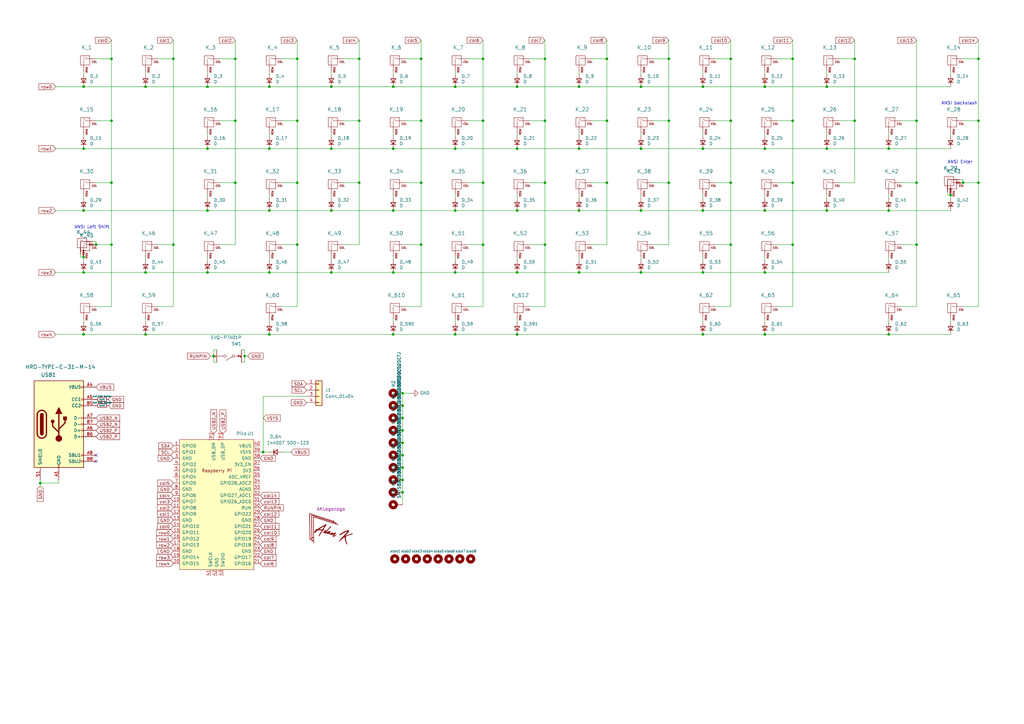
<source format=kicad_sch>
(kicad_sch (version 20211123) (generator eeschema)
  (paper "A3")
  (junction (at 85.09 111.76))
  (junction (at 401.32 74.93))
  (junction (at 299.72 74.93))
  (junction (at 198.12 74.93))
  (junction (at 172.72 49.53))
  (junction (at 198.12 49.53))
  (junction (at 147.32 74.93))
  (junction (at 313.69 86.36))
  (junction (at 165.1 166.37))
  (junction (at 121.92 24.13))
  (junction (at 107.95 185.42))
  (junction (at 59.69 35.56))
  (junction (at 375.92 74.93))
  (junction (at 147.32 24.13))
  (junction (at 121.92 49.53))
  (junction (at 339.09 60.96))
  (junction (at 135.89 86.36))
  (junction (at 198.12 100.33))
  (junction (at 161.29 35.56))
  (junction (at 389.89 80.01))
  (junction (at 339.09 86.36))
  (junction (at 350.52 49.53))
  (junction (at 288.29 60.96))
  (junction (at 237.49 35.56))
  (junction (at 212.09 137.16))
  (junction (at 223.52 100.33))
  (junction (at 375.92 49.53))
  (junction (at 401.32 49.53))
  (junction (at 135.89 111.76))
  (junction (at 288.29 35.56))
  (junction (at 96.52 49.53))
  (junction (at 161.29 111.76))
  (junction (at 186.69 35.56))
  (junction (at 248.92 74.93))
  (junction (at 59.69 111.76))
  (junction (at 165.1 196.85))
  (junction (at 45.72 74.93))
  (junction (at 186.69 60.96))
  (junction (at 299.72 49.53))
  (junction (at 212.09 86.36))
  (junction (at 34.29 86.36))
  (junction (at 135.89 60.96))
  (junction (at 165.1 176.53))
  (junction (at 165.1 171.45))
  (junction (at 110.49 60.96))
  (junction (at 165.1 161.29))
  (junction (at 186.69 86.36))
  (junction (at 172.72 74.93))
  (junction (at 198.12 24.13))
  (junction (at 288.29 111.76))
  (junction (at 161.29 137.16))
  (junction (at 248.92 49.53))
  (junction (at 288.29 137.16))
  (junction (at 299.72 24.13))
  (junction (at 299.72 100.33))
  (junction (at 325.12 24.13))
  (junction (at 401.32 24.13))
  (junction (at 71.12 24.13))
  (junction (at 262.89 111.76))
  (junction (at 34.29 137.16))
  (junction (at 110.49 111.76))
  (junction (at 274.32 24.13))
  (junction (at 110.49 35.56))
  (junction (at 100.33 146.05))
  (junction (at 262.89 60.96))
  (junction (at 262.89 86.36))
  (junction (at 71.12 100.33))
  (junction (at 237.49 60.96))
  (junction (at 364.49 137.16))
  (junction (at 87.63 146.05))
  (junction (at 110.49 137.16))
  (junction (at 223.52 24.13))
  (junction (at 34.29 105.41))
  (junction (at 212.09 35.56))
  (junction (at 85.09 86.36))
  (junction (at 212.09 111.76))
  (junction (at 110.49 86.36))
  (junction (at 34.29 35.56))
  (junction (at 96.52 24.13))
  (junction (at 325.12 74.93))
  (junction (at 262.89 35.56))
  (junction (at 16.51 198.12))
  (junction (at 288.29 86.36))
  (junction (at 223.52 74.93))
  (junction (at 325.12 100.33))
  (junction (at 248.92 24.13))
  (junction (at 172.72 24.13))
  (junction (at 161.29 60.96))
  (junction (at 350.52 24.13))
  (junction (at 165.1 186.69))
  (junction (at 364.49 86.36))
  (junction (at 394.97 74.93))
  (junction (at 237.49 86.36))
  (junction (at 186.69 137.16))
  (junction (at 85.09 60.96))
  (junction (at 339.09 35.56))
  (junction (at 45.72 24.13))
  (junction (at 45.72 100.33))
  (junction (at 34.29 60.96))
  (junction (at 223.52 49.53))
  (junction (at 45.72 49.53))
  (junction (at 313.69 111.76))
  (junction (at 364.49 60.96))
  (junction (at 165.1 181.61))
  (junction (at 325.12 49.53))
  (junction (at 274.32 74.93))
  (junction (at 96.52 74.93))
  (junction (at 135.89 35.56))
  (junction (at 237.49 111.76))
  (junction (at 313.69 137.16))
  (junction (at 165.1 201.93))
  (junction (at 121.92 74.93))
  (junction (at 121.92 100.33))
  (junction (at 165.1 191.77))
  (junction (at 313.69 35.56))
  (junction (at 161.29 86.36))
  (junction (at 59.69 137.16))
  (junction (at 172.72 100.33))
  (junction (at 85.09 35.56))
  (junction (at 39.37 100.33))
  (junction (at 375.92 100.33))
  (junction (at 186.69 111.76))
  (junction (at 274.32 49.53))
  (junction (at 212.09 60.96))
  (junction (at 147.32 49.53))
  (junction (at 313.69 60.96))
  (junction (at 34.29 111.76))
  (no_connect (at 39.37 189.23))
  (no_connect (at 39.37 186.69))
  (wire (pts (xy 110.49 29.21) (xy 110.49 30.48)))
  (wire (pts (xy 350.52 24.13) (xy 350.52 49.53)))
  (wire (pts (xy 96.52 100.33) (xy 96.52 74.93)))
  (wire (pts (xy 34.29 105.41) (xy 34.29 106.68)))
  (wire (pts (xy 223.52 74.93) (xy 223.52 49.53)))
  (wire (pts (xy 99.06 143.51) (xy 100.33 143.51)))
  (wire (pts (xy 110.49 35.56) (xy 135.89 35.56)))
  (wire (pts (xy 288.29 111.76) (xy 313.69 111.76)))
  (wire (pts (xy 293.37 74.93) (xy 299.72 74.93)))
  (wire (pts (xy 22.86 137.16) (xy 34.29 137.16)))
  (wire (pts (xy 59.69 105.41) (xy 59.69 106.68)))
  (wire (pts (xy 115.57 24.13) (xy 121.92 24.13)))
  (wire (pts (xy 248.92 74.93) (xy 248.92 49.53)))
  (wire (pts (xy 369.57 100.33) (xy 375.92 100.33)))
  (wire (pts (xy 110.49 86.36) (xy 135.89 86.36)))
  (wire (pts (xy 166.37 125.73) (xy 172.72 125.73)))
  (wire (pts (xy 115.57 49.53) (xy 121.92 49.53)))
  (wire (pts (xy 248.92 100.33) (xy 248.92 74.93)))
  (wire (pts (xy 242.57 100.33) (xy 248.92 100.33)))
  (wire (pts (xy 96.52 24.13) (xy 96.52 49.53)))
  (wire (pts (xy 318.77 49.53) (xy 325.12 49.53)))
  (wire (pts (xy 401.32 24.13) (xy 401.32 49.53)))
  (wire (pts (xy 394.97 125.73) (xy 401.32 125.73)))
  (wire (pts (xy 364.49 86.36) (xy 389.89 86.36)))
  (wire (pts (xy 85.09 54.61) (xy 85.09 55.88)))
  (wire (pts (xy 288.29 35.56) (xy 313.69 35.56)))
  (wire (pts (xy 110.49 54.61) (xy 110.49 55.88)))
  (wire (pts (xy 212.09 60.96) (xy 237.49 60.96)))
  (wire (pts (xy 34.29 35.56) (xy 59.69 35.56)))
  (wire (pts (xy 96.52 16.51) (xy 96.52 24.13)))
  (wire (pts (xy 262.89 54.61) (xy 262.89 55.88)))
  (wire (pts (xy 87.63 146.05) (xy 87.63 143.51)))
  (wire (pts (xy 274.32 24.13) (xy 274.32 49.53)))
  (wire (pts (xy 339.09 80.01) (xy 339.09 81.28)))
  (wire (pts (xy 288.29 60.96) (xy 313.69 60.96)))
  (wire (pts (xy 394.97 73.66) (xy 394.97 74.93)))
  (wire (pts (xy 198.12 125.73) (xy 198.12 100.33)))
  (wire (pts (xy 237.49 105.41) (xy 237.49 106.68)))
  (wire (pts (xy 186.69 54.61) (xy 186.69 55.88)))
  (wire (pts (xy 110.49 80.01) (xy 110.49 81.28)))
  (wire (pts (xy 364.49 105.41) (xy 364.49 106.68)))
  (wire (pts (xy 22.86 35.56) (xy 34.29 35.56)))
  (wire (pts (xy 39.37 100.33) (xy 39.37 99.06)))
  (wire (pts (xy 165.1 191.77) (xy 165.1 186.69)))
  (wire (pts (xy 22.86 60.96) (xy 34.29 60.96)))
  (wire (pts (xy 140.97 74.93) (xy 147.32 74.93)))
  (wire (pts (xy 161.29 54.61) (xy 161.29 55.88)))
  (wire (pts (xy 262.89 105.41) (xy 262.89 106.68)))
  (wire (pts (xy 389.89 80.01) (xy 389.89 81.28)))
  (wire (pts (xy 64.77 24.13) (xy 71.12 24.13)))
  (wire (pts (xy 339.09 86.36) (xy 364.49 86.36)))
  (wire (pts (xy 45.72 100.33) (xy 45.72 74.93)))
  (wire (pts (xy 267.97 74.93) (xy 274.32 74.93)))
  (wire (pts (xy 107.95 162.56) (xy 107.95 185.42)))
  (wire (pts (xy 325.12 74.93) (xy 325.12 49.53)))
  (wire (pts (xy 191.77 49.53) (xy 198.12 49.53)))
  (wire (pts (xy 401.32 16.51) (xy 401.32 24.13)))
  (wire (pts (xy 313.69 137.16) (xy 364.49 137.16)))
  (wire (pts (xy 389.89 80.01) (xy 388.62 80.01)))
  (wire (pts (xy 34.29 137.16) (xy 59.69 137.16)))
  (wire (pts (xy 172.72 24.13) (xy 172.72 49.53)))
  (wire (pts (xy 147.32 24.13) (xy 147.32 49.53)))
  (wire (pts (xy 313.69 130.81) (xy 313.69 132.08)))
  (wire (pts (xy 318.77 100.33) (xy 325.12 100.33)))
  (wire (pts (xy 339.09 54.61) (xy 339.09 55.88)))
  (wire (pts (xy 364.49 80.01) (xy 364.49 81.28)))
  (wire (pts (xy 165.1 161.29) (xy 168.91 161.29)))
  (wire (pts (xy 288.29 29.21) (xy 288.29 30.48)))
  (wire (pts (xy 59.69 35.56) (xy 85.09 35.56)))
  (wire (pts (xy 325.12 100.33) (xy 325.12 74.93)))
  (wire (pts (xy 16.51 198.12) (xy 24.13 198.12)))
  (wire (pts (xy 325.12 16.51) (xy 325.12 24.13)))
  (wire (pts (xy 318.77 24.13) (xy 325.12 24.13)))
  (wire (pts (xy 212.09 54.61) (xy 212.09 55.88)))
  (wire (pts (xy 34.29 111.76) (xy 59.69 111.76)))
  (wire (pts (xy 45.72 125.73) (xy 45.72 100.33)))
  (wire (pts (xy 350.52 74.93) (xy 350.52 49.53)))
  (wire (pts (xy 288.29 54.61) (xy 288.29 55.88)))
  (wire (pts (xy 394.97 24.13) (xy 401.32 24.13)))
  (wire (pts (xy 212.09 111.76) (xy 237.49 111.76)))
  (wire (pts (xy 288.29 137.16) (xy 313.69 137.16)))
  (wire (pts (xy 110.49 105.41) (xy 110.49 106.68)))
  (wire (pts (xy 212.09 105.41) (xy 212.09 106.68)))
  (wire (pts (xy 165.1 166.37) (xy 165.1 161.29)))
  (wire (pts (xy 242.57 49.53) (xy 248.92 49.53)))
  (wire (pts (xy 217.17 74.93) (xy 223.52 74.93)))
  (wire (pts (xy 198.12 24.13) (xy 198.12 49.53)))
  (wire (pts (xy 212.09 29.21) (xy 212.09 30.48)))
  (wire (pts (xy 121.92 24.13) (xy 121.92 49.53)))
  (wire (pts (xy 87.63 146.05) (xy 87.63 148.59)))
  (wire (pts (xy 267.97 49.53) (xy 274.32 49.53)))
  (wire (pts (xy 339.09 35.56) (xy 389.89 35.56)))
  (wire (pts (xy 39.37 24.13) (xy 45.72 24.13)))
  (wire (pts (xy 140.97 24.13) (xy 147.32 24.13)))
  (wire (pts (xy 85.09 60.96) (xy 110.49 60.96)))
  (wire (pts (xy 147.32 100.33) (xy 147.32 74.93)))
  (wire (pts (xy 39.37 100.33) (xy 45.72 100.33)))
  (wire (pts (xy 237.49 86.36) (xy 262.89 86.36)))
  (wire (pts (xy 135.89 111.76) (xy 161.29 111.76)))
  (wire (pts (xy 242.57 74.93) (xy 248.92 74.93)))
  (wire (pts (xy 299.72 24.13) (xy 299.72 49.53)))
  (wire (pts (xy 369.57 49.53) (xy 375.92 49.53)))
  (wire (pts (xy 389.89 54.61) (xy 389.89 55.88)))
  (wire (pts (xy 16.51 198.12) (xy 16.51 196.85)))
  (wire (pts (xy 135.89 29.21) (xy 135.89 30.48)))
  (wire (pts (xy 313.69 29.21) (xy 313.69 30.48)))
  (wire (pts (xy 85.09 86.36) (xy 110.49 86.36)))
  (wire (pts (xy 121.92 125.73) (xy 121.92 100.33)))
  (wire (pts (xy 267.97 100.33) (xy 274.32 100.33)))
  (wire (pts (xy 288.29 86.36) (xy 313.69 86.36)))
  (wire (pts (xy 325.12 125.73) (xy 325.12 100.33)))
  (wire (pts (xy 274.32 74.93) (xy 274.32 49.53)))
  (wire (pts (xy 274.32 16.51) (xy 274.32 24.13)))
  (wire (pts (xy 165.1 186.69) (xy 165.1 181.61)))
  (wire (pts (xy 110.49 137.16) (xy 161.29 137.16)))
  (wire (pts (xy 90.17 100.33) (xy 96.52 100.33)))
  (wire (pts (xy 121.92 100.33) (xy 121.92 74.93)))
  (wire (pts (xy 161.29 29.21) (xy 161.29 30.48)))
  (wire (pts (xy 299.72 16.51) (xy 299.72 24.13)))
  (wire (pts (xy 107.95 185.42) (xy 106.68 185.42)))
  (wire (pts (xy 242.57 24.13) (xy 248.92 24.13)))
  (wire (pts (xy 34.29 130.81) (xy 34.29 132.08)))
  (wire (pts (xy 186.69 80.01) (xy 186.69 81.28)))
  (wire (pts (xy 24.13 198.12) (xy 24.13 196.85)))
  (wire (pts (xy 313.69 54.61) (xy 313.69 55.88)))
  (wire (pts (xy 165.1 176.53) (xy 165.1 171.45)))
  (wire (pts (xy 293.37 24.13) (xy 299.72 24.13)))
  (wire (pts (xy 237.49 35.56) (xy 262.89 35.56)))
  (wire (pts (xy 393.7 73.66) (xy 394.97 73.66)))
  (wire (pts (xy 186.69 86.36) (xy 212.09 86.36)))
  (wire (pts (xy 101.6 146.05) (xy 100.33 146.05)))
  (wire (pts (xy 191.77 24.13) (xy 198.12 24.13)))
  (wire (pts (xy 161.29 60.96) (xy 186.69 60.96)))
  (wire (pts (xy 135.89 54.61) (xy 135.89 55.88)))
  (wire (pts (xy 262.89 29.21) (xy 262.89 30.48)))
  (wire (pts (xy 166.37 24.13) (xy 172.72 24.13)))
  (wire (pts (xy 293.37 125.73) (xy 299.72 125.73)))
  (wire (pts (xy 147.32 74.93) (xy 147.32 49.53)))
  (wire (pts (xy 248.92 24.13) (xy 248.92 49.53)))
  (wire (pts (xy 100.33 146.05) (xy 100.33 148.59)))
  (wire (pts (xy 39.37 49.53) (xy 45.72 49.53)))
  (wire (pts (xy 237.49 29.21) (xy 237.49 30.48)))
  (wire (pts (xy 140.97 100.33) (xy 147.32 100.33)))
  (wire (pts (xy 147.32 16.51) (xy 147.32 24.13)))
  (wire (pts (xy 394.97 74.93) (xy 401.32 74.93)))
  (wire (pts (xy 161.29 132.08) (xy 161.29 130.81)))
  (wire (pts (xy 318.77 74.93) (xy 325.12 74.93)))
  (wire (pts (xy 135.89 86.36) (xy 161.29 86.36)))
  (wire (pts (xy 262.89 60.96) (xy 288.29 60.96)))
  (wire (pts (xy 85.09 80.01) (xy 85.09 81.28)))
  (wire (pts (xy 64.77 100.33) (xy 71.12 100.33)))
  (wire (pts (xy 191.77 100.33) (xy 198.12 100.33)))
  (wire (pts (xy 34.29 60.96) (xy 85.09 60.96)))
  (wire (pts (xy 375.92 16.51) (xy 375.92 49.53)))
  (wire (pts (xy 223.52 125.73) (xy 223.52 100.33)))
  (wire (pts (xy 313.69 35.56) (xy 339.09 35.56)))
  (wire (pts (xy 34.29 29.21) (xy 34.29 30.48)))
  (wire (pts (xy 191.77 74.93) (xy 198.12 74.93)))
  (wire (pts (xy 34.29 80.01) (xy 34.29 81.28)))
  (wire (pts (xy 110.49 111.76) (xy 135.89 111.76)))
  (wire (pts (xy 375.92 74.93) (xy 375.92 49.53)))
  (wire (pts (xy 344.17 74.93) (xy 350.52 74.93)))
  (wire (pts (xy 212.09 86.36) (xy 237.49 86.36)))
  (wire (pts (xy 198.12 100.33) (xy 198.12 74.93)))
  (wire (pts (xy 212.09 35.56) (xy 237.49 35.56)))
  (wire (pts (xy 186.69 105.41) (xy 186.69 106.68)))
  (wire (pts (xy 186.69 60.96) (xy 212.09 60.96)))
  (wire (pts (xy 59.69 29.21) (xy 59.69 30.48)))
  (wire (pts (xy 85.09 35.56) (xy 110.49 35.56)))
  (wire (pts (xy 90.17 24.13) (xy 96.52 24.13)))
  (wire (pts (xy 191.77 125.73) (xy 198.12 125.73)))
  (wire (pts (xy 96.52 74.93) (xy 96.52 49.53)))
  (wire (pts (xy 262.89 111.76) (xy 288.29 111.76)))
  (wire (pts (xy 90.17 49.53) (xy 96.52 49.53)))
  (wire (pts (xy 115.57 74.93) (xy 121.92 74.93)))
  (wire (pts (xy 166.37 100.33) (xy 172.72 100.33)))
  (wire (pts (xy 161.29 86.36) (xy 186.69 86.36)))
  (wire (pts (xy 85.09 29.21) (xy 85.09 30.48)))
  (wire (pts (xy 140.97 49.53) (xy 147.32 49.53)))
  (wire (pts (xy 39.37 125.73) (xy 45.72 125.73)))
  (wire (pts (xy 33.02 105.41) (xy 33.02 104.14)))
  (wire (pts (xy 100.33 143.51) (xy 100.33 146.05)))
  (wire (pts (xy 369.57 125.73) (xy 375.92 125.73)))
  (wire (pts (xy 223.52 16.51) (xy 223.52 24.13)))
  (wire (pts (xy 339.09 29.21) (xy 339.09 30.48)))
  (wire (pts (xy 71.12 125.73) (xy 71.12 100.33)))
  (wire (pts (xy 394.97 49.53) (xy 401.32 49.53)))
  (wire (pts (xy 45.72 74.93) (xy 45.72 49.53)))
  (wire (pts (xy 262.89 86.36) (xy 288.29 86.36)))
  (wire (pts (xy 325.12 24.13) (xy 325.12 49.53)))
  (wire (pts (xy 34.29 54.61) (xy 34.29 55.88)))
  (wire (pts (xy 135.89 60.96) (xy 161.29 60.96)))
  (wire (pts (xy 364.49 60.96) (xy 389.89 60.96)))
  (wire (pts (xy 364.49 54.61) (xy 364.49 55.88)))
  (wire (pts (xy 165.1 171.45) (xy 165.1 166.37)))
  (wire (pts (xy 223.52 24.13) (xy 223.52 49.53)))
  (wire (pts (xy 313.69 60.96) (xy 339.09 60.96)))
  (wire (pts (xy 85.09 105.41) (xy 85.09 106.68)))
  (wire (pts (xy 86.36 146.05) (xy 87.63 146.05)))
  (wire (pts (xy 172.72 125.73) (xy 172.72 100.33)))
  (wire (pts (xy 135.89 105.41) (xy 135.89 106.68)))
  (wire (pts (xy 110.49 60.96) (xy 135.89 60.96)))
  (wire (pts (xy 223.52 100.33) (xy 223.52 74.93)))
  (wire (pts (xy 135.89 80.01) (xy 135.89 81.28)))
  (wire (pts (xy 186.69 29.21) (xy 186.69 30.48)))
  (wire (pts (xy 288.29 130.81) (xy 288.29 132.08)))
  (wire (pts (xy 39.37 74.93) (xy 45.72 74.93)))
  (wire (pts (xy 344.17 24.13) (xy 350.52 24.13)))
  (wire (pts (xy 34.29 86.36) (xy 85.09 86.36)))
  (wire (pts (xy 198.12 16.51) (xy 198.12 24.13)))
  (wire (pts (xy 237.49 80.01) (xy 237.49 81.28)))
  (wire (pts (xy 313.69 111.76) (xy 364.49 111.76)))
  (wire (pts (xy 39.37 99.06) (xy 38.1 99.06)))
  (wire (pts (xy 172.72 74.93) (xy 172.72 49.53)))
  (wire (pts (xy 99.06 148.59) (xy 100.33 148.59)))
  (wire (pts (xy 237.49 54.61) (xy 237.49 55.88)))
  (wire (pts (xy 161.29 35.56) (xy 186.69 35.56)))
  (wire (pts (xy 389.89 29.21) (xy 389.89 30.48)))
  (wire (pts (xy 212.09 137.16) (xy 288.29 137.16)))
  (wire (pts (xy 165.1 196.85) (xy 165.1 191.77)))
  (wire (pts (xy 217.17 125.73) (xy 223.52 125.73)))
  (wire (pts (xy 115.57 100.33) (xy 121.92 100.33)))
  (wire (pts (xy 172.72 100.33) (xy 172.72 74.93)))
  (wire (pts (xy 344.17 49.53) (xy 350.52 49.53)))
  (wire (pts (xy 22.86 86.36) (xy 34.29 86.36)))
  (wire (pts (xy 165.1 201.93) (xy 165.1 196.85)))
  (wire (pts (xy 64.77 125.73) (xy 71.12 125.73)))
  (wire (pts (xy 125.73 162.56) (xy 107.95 162.56)))
  (wire (pts (xy 212.09 80.01) (xy 212.09 81.28)))
  (wire (pts (xy 166.37 49.53) (xy 172.72 49.53)))
  (wire (pts (xy 313.69 86.36) (xy 339.09 86.36)))
  (wire (pts (xy 299.72 125.73) (xy 299.72 100.33)))
  (wire (pts (xy 299.72 100.33) (xy 299.72 74.93)))
  (wire (pts (xy 262.89 80.01) (xy 262.89 81.28)))
  (wire (pts (xy 217.17 100.33) (xy 223.52 100.33)))
  (wire (pts (xy 198.12 74.93) (xy 198.12 49.53)))
  (wire (pts (xy 293.37 49.53) (xy 299.72 49.53)))
  (wire (pts (xy 34.29 105.41) (xy 33.02 105.41)))
  (wire (pts (xy 262.89 35.56) (xy 288.29 35.56)))
  (wire (pts (xy 364.49 130.81) (xy 364.49 132.08)))
  (wire (pts (xy 45.72 16.51) (xy 45.72 24.13)))
  (wire (pts (xy 313.69 80.01) (xy 313.69 81.28)))
  (wire (pts (xy 165.1 207.01) (xy 165.1 201.93)))
  (wire (pts (xy 110.49 185.42) (xy 107.95 185.42)))
  (wire (pts (xy 237.49 60.96) (xy 262.89 60.96)))
  (wire (pts (xy 212.09 132.08) (xy 212.09 130.81)))
  (wire (pts (xy 135.89 35.56) (xy 161.29 35.56)))
  (wire (pts (xy 121.92 74.93) (xy 121.92 49.53)))
  (wire (pts (xy 45.72 24.13) (xy 45.72 49.53)))
  (wire (pts (xy 85.09 111.76) (xy 110.49 111.76)))
  (wire (pts (xy 166.37 74.93) (xy 172.72 74.93)))
  (wire (pts (xy 22.86 111.76) (xy 34.29 111.76)))
  (wire (pts (xy 186.69 130.81) (xy 186.69 132.08)))
  (wire (pts (xy 161.29 80.01) (xy 161.29 81.28)))
  (wire (pts (xy 237.49 111.76) (xy 262.89 111.76)))
  (wire (pts (xy 318.77 125.73) (xy 325.12 125.73)))
  (wire (pts (xy 293.37 100.33) (xy 299.72 100.33)))
  (wire (pts (xy 16.51 199.39) (xy 16.51 198.12)))
  (wire (pts (xy 288.29 105.41) (xy 288.29 106.68)))
  (wire (pts (xy 350.52 16.51) (xy 350.52 24.13)))
  (wire (pts (xy 388.62 80.01) (xy 388.62 78.74)))
  (wire (pts (xy 87.63 148.59) (xy 88.9 148.59)))
  (wire (pts (xy 299.72 74.93) (xy 299.72 49.53)))
  (wire (pts (xy 165.1 181.61) (xy 165.1 176.53)))
  (wire (pts (xy 339.09 60.96) (xy 364.49 60.96)))
  (wire (pts (xy 59.69 111.76) (xy 85.09 111.76)))
  (wire (pts (xy 119.38 185.42) (xy 115.57 185.42)))
  (wire (pts (xy 401.32 125.73) (xy 401.32 74.93)))
  (wire (pts (xy 364.49 137.16) (xy 389.89 137.16)))
  (wire (pts (xy 186.69 35.56) (xy 212.09 35.56)))
  (wire (pts (xy 115.57 125.73) (xy 121.92 125.73)))
  (wire (pts (xy 389.89 130.81) (xy 389.89 132.08)))
  (wire (pts (xy 161.29 105.41) (xy 161.29 106.68)))
  (wire (pts (xy 186.69 137.16) (xy 212.09 137.16)))
  (wire (pts (xy 172.72 16.51) (xy 172.72 24.13)))
  (wire (pts (xy 313.69 105.41) (xy 313.69 106.68)))
  (wire (pts (xy 375.92 100.33) (xy 375.92 74.93)))
  (wire (pts (xy 71.12 16.51) (xy 71.12 24.13)))
  (wire (pts (xy 110.49 130.81) (xy 110.49 132.08)))
  (wire (pts (xy 401.32 49.53) (xy 401.32 74.93)))
  (wire (pts (xy 59.69 130.81) (xy 59.69 132.08)))
  (wire (pts (xy 90.17 74.93) (xy 96.52 74.93)))
  (wire (pts (xy 217.17 24.13) (xy 223.52 24.13)))
  (wire (pts (xy 375.92 125.73) (xy 375.92 100.33)))
  (wire (pts (xy 369.57 74.93) (xy 375.92 74.93)))
  (wire (pts (xy 186.69 111.76) (xy 212.09 111.76)))
  (wire (pts (xy 274.32 100.33) (xy 274.32 74.93)))
  (wire (pts (xy 121.92 16.51) (xy 121.92 24.13)))
  (wire (pts (xy 248.92 16.51) (xy 248.92 24.13)))
  (wire (pts (xy 161.29 111.76) (xy 186.69 111.76)))
  (wire (pts (xy 288.29 80.01) (xy 288.29 81.28)))
  (wire (pts (xy 87.63 143.51) (xy 88.9 143.51)))
  (wire (pts (xy 71.12 24.13) (xy 71.12 100.33)))
  (wire (pts (xy 59.69 137.16) (xy 110.49 137.16)))
  (wire (pts (xy 161.29 137.16) (xy 186.69 137.16)))
  (wire (pts (xy 267.97 24.13) (xy 274.32 24.13)))
  (wire (pts (xy 217.17 49.53) (xy 223.52 49.53)))
  (text "ANSI Left Shift" (at 30.48 93.98 0) (effects (font (size 1.27 1.27)) (justify left bottom)))
  (text "ANSI backslash" (at 386.08 43.18 0) (effects (font (size 1.27 1.27)) (justify left bottom)))
  (text "ANSI Enter" (at 388.62 67.31 0) (effects (font (size 1.27 1.27)) (justify left bottom)))
  (global_label "col1" (shape input) (at 71.12 16.51 180) (property "Intersheet References" "${INTERSHEET_REFS}" (effects hide)))
  (global_label "col2" (shape input) (at 71.12 208.28 180) (property "Intersheet References" "${INTERSHEET_REFS}" (effects hide)))
  (global_label "row3" (shape input) (at 71.12 228.6 180) (property "Intersheet References" "${INTERSHEET_REFS}" (effects hide)))
  (global_label "col13" (shape input) (at 375.92 16.51 180) (property "Intersheet References" "${INTERSHEET_REFS}" (effects hide)))
  (global_label "SDA" (shape input) (at 71.12 182.88 180) (property "Intersheet References" "${INTERSHEET_REFS}" (effects hide)))
  (global_label "col12" (shape input) (at 106.68 210.82 0) (property "Intersheet References" "${INTERSHEET_REFS}" (effects hide)))
  (global_label "GND" (shape input) (at 44.45 166.37 0) (property "Intersheet References" "${INTERSHEET_REFS}" (effects hide)))
  (global_label "col4" (shape input) (at 71.12 203.2 180) (property "Intersheet References" "${INTERSHEET_REFS}" (effects hide)))
  (global_label "GND" (shape input) (at 125.73 165.1 180) (property "Intersheet References" "${INTERSHEET_REFS}" (effects hide)))
  (global_label "USB2_P" (shape input) (at 39.37 179.07 0) (property "Intersheet References" "${INTERSHEET_REFS}" (effects hide)))
  (global_label "col9" (shape input) (at 274.32 16.51 180) (property "Intersheet References" "${INTERSHEET_REFS}" (effects hide)))
  (global_label "RUNPIN" (shape input) (at 106.68 208.28 0) (property "Intersheet References" "${INTERSHEET_REFS}" (effects hide)))
  (global_label "row2" (shape input) (at 22.86 86.36 180) (property "Intersheet References" "${INTERSHEET_REFS}" (effects hide)))
  (global_label "row2" (shape input) (at 71.12 223.52 180) (property "Intersheet References" "${INTERSHEET_REFS}" (effects hide)))
  (global_label "col8" (shape input) (at 106.68 223.52 0) (property "Intersheet References" "${INTERSHEET_REFS}" (effects hide)))
  (global_label "RUNPIN" (shape input) (at 86.36 146.05 180) (property "Intersheet References" "${INTERSHEET_REFS}" (effects hide)))
  (global_label "col6" (shape input) (at 106.68 231.14 0) (property "Intersheet References" "${INTERSHEET_REFS}" (effects hide)))
  (global_label "VSYS" (shape input) (at 107.95 171.45 0) (property "Intersheet References" "${INTERSHEET_REFS}" (effects hide)))
  (global_label "GND" (shape input) (at 44.45 163.83 0) (property "Intersheet References" "${INTERSHEET_REFS}" (effects hide)))
  (global_label "col5" (shape input) (at 172.72 16.51 180) (property "Intersheet References" "${INTERSHEET_REFS}" (effects hide)))
  (global_label "row0" (shape input) (at 22.86 35.56 180) (property "Intersheet References" "${INTERSHEET_REFS}" (effects hide)))
  (global_label "USB2_N" (shape input) (at 39.37 171.45 0) (property "Intersheet References" "${INTERSHEET_REFS}" (effects hide)))
  (global_label "col10" (shape input) (at 299.72 16.51 180) (property "Intersheet References" "${INTERSHEET_REFS}" (effects hide)))
  (global_label "GND" (shape input) (at 71.12 187.96 180) (property "Intersheet References" "${INTERSHEET_REFS}" (effects hide)))
  (global_label "row3" (shape input) (at 22.86 111.76 180) (property "Intersheet References" "${INTERSHEET_REFS}" (effects hide)))
  (global_label "row1" (shape input) (at 71.12 220.98 180) (property "Intersheet References" "${INTERSHEET_REFS}" (effects hide)))
  (global_label "col9" (shape input) (at 106.68 220.98 0) (property "Intersheet References" "${INTERSHEET_REFS}" (effects hide)))
  (global_label "GND" (shape input) (at 101.6 146.05 0) (property "Intersheet References" "${INTERSHEET_REFS}" (effects hide)))
  (global_label "row4" (shape input) (at 22.86 137.16 180) (property "Intersheet References" "${INTERSHEET_REFS}" (effects hide)))
  (global_label "row4" (shape input) (at 71.12 231.14 180) (property "Intersheet References" "${INTERSHEET_REFS}" (effects hide)))
  (global_label "col4" (shape input) (at 147.32 16.51 180) (property "Intersheet References" "${INTERSHEET_REFS}" (effects hide)))
  (global_label "col10" (shape input) (at 106.68 218.44 0) (property "Intersheet References" "${INTERSHEET_REFS}" (effects hide)))
  (global_label "GND" (shape input) (at 106.68 187.96 0) (property "Intersheet References" "${INTERSHEET_REFS}" (effects hide)))
  (global_label "col11" (shape input) (at 325.12 16.51 180) (property "Intersheet References" "${INTERSHEET_REFS}" (effects hide)))
  (global_label "VBUS" (shape input) (at 39.37 158.75 0) (property "Intersheet References" "${INTERSHEET_REFS}" (effects hide)))
  (global_label "col7" (shape input) (at 223.52 16.51 180) (property "Intersheet References" "${INTERSHEET_REFS}" (effects hide)))
  (global_label "SDA" (shape input) (at 125.73 157.48 180) (property "Intersheet References" "${INTERSHEET_REFS}" (effects hide)))
  (global_label "col12" (shape input) (at 350.52 16.51 180) (property "Intersheet References" "${INTERSHEET_REFS}" (effects hide)))
  (global_label "col3" (shape input) (at 71.12 205.74 180) (property "Intersheet References" "${INTERSHEET_REFS}" (effects hide)))
  (global_label "SCL" (shape input) (at 125.73 160.02 180) (property "Intersheet References" "${INTERSHEET_REFS}" (effects hide)))
  (global_label "GND" (shape input) (at 106.68 213.36 0) (property "Intersheet References" "${INTERSHEET_REFS}" (effects hide)))
  (global_label "col14" (shape input) (at 106.68 203.2 0) (property "Intersheet References" "${INTERSHEET_REFS}" (effects hide)))
  (global_label "row0" (shape input) (at 71.12 218.44 180) (property "Intersheet References" "${INTERSHEET_REFS}" (effects hide)))
  (global_label "GND" (shape input) (at 71.12 213.36 180) (property "Intersheet References" "${INTERSHEET_REFS}" (effects hide)))
  (global_label "USB2_P" (shape input) (at 91.44 177.8 90) (property "Intersheet References" "${INTERSHEET_REFS}" (effects hide)))
  (global_label "GND" (shape input) (at 71.12 200.66 180) (property "Intersheet References" "${INTERSHEET_REFS}" (effects hide)))
  (global_label "GND" (shape input) (at 71.12 226.06 180) (property "Intersheet References" "${INTERSHEET_REFS}" (effects hide)))
  (global_label "GND" (shape input) (at 106.68 226.06 0) (property "Intersheet References" "${INTERSHEET_REFS}" (effects hide)))
  (global_label "USB2_N" (shape input) (at 39.37 173.99 0) (property "Intersheet References" "${INTERSHEET_REFS}" (effects hide)))
  (global_label "col5" (shape input) (at 71.12 198.12 180) (property "Intersheet References" "${INTERSHEET_REFS}" (effects hide)))
  (global_label "col0" (shape input) (at 71.12 215.9 180) (property "Intersheet References" "${INTERSHEET_REFS}" (effects hide)))
  (global_label "col3" (shape input) (at 121.92 16.51 180) (property "Intersheet References" "${INTERSHEET_REFS}" (effects hide)))
  (global_label "col7" (shape input) (at 106.68 228.6 0) (property "Intersheet References" "${INTERSHEET_REFS}" (effects hide)))
  (global_label "col13" (shape input) (at 106.68 205.74 0) (property "Intersheet References" "${INTERSHEET_REFS}" (effects hide)))
  (global_label "col1" (shape input) (at 71.12 210.82 180) (property "Intersheet References" "${INTERSHEET_REFS}" (effects hide)))
  (global_label "col6" (shape input) (at 198.12 16.51 180) (property "Intersheet References" "${INTERSHEET_REFS}" (effects hide)))
  (global_label "SCL" (shape input) (at 71.12 185.42 180) (property "Intersheet References" "${INTERSHEET_REFS}" (effects hide)))
  (global_label "row1" (shape input) (at 22.86 60.96 180) (property "Intersheet References" "${INTERSHEET_REFS}" (effects hide)))
  (global_label "col0" (shape input) (at 45.72 16.51 180) (property "Intersheet References" "${INTERSHEET_REFS}" (effects hide)))
  (global_label "col2" (shape input) (at 96.52 16.51 180) (property "Intersheet References" "${INTERSHEET_REFS}" (effects hide)))
  (global_label "col11" (shape input) (at 106.68 215.9 0) (property "Intersheet References" "${INTERSHEET_REFS}" (effects hide)))
  (global_label "USB2_P" (shape input) (at 39.37 176.53 0) (property "Intersheet References" "${INTERSHEET_REFS}" (effects hide)))
  (global_label "USB2_N" (shape input) (at 87.63 177.8 90) (property "Intersheet References" "${INTERSHEET_REFS}" (effects hide)))
  (global_label "col8" (shape input) (at 248.92 16.51 180) (property "Intersheet References" "${INTERSHEET_REFS}" (effects hide)))
  (global_label "VBUS" (shape input) (at 119.38 185.42 0) (property "Intersheet References" "${INTERSHEET_REFS}" (effects hide)))
  (global_label "GND" (shape input) (at 16.51 199.39 270) (property "Intersheet References" "${INTERSHEET_REFS}" (effects hide)))
  (global_label "col14" (shape input) (at 401.32 16.51 180) (property "Intersheet References" "${INTERSHEET_REFS}" (effects hide)))
  (symbol (lib_id "MX_Alps_Hybrid:MX-NoLED") (at 35.56 25.4 0) (unit 1)
    (property "Reference" "K_1" (at 35.56 19.4818 0) (effects (font (size 1.524 1.524))))
    (property "Value" "KEYSW" (effects hide))
    (property "Footprint" "MX_Only:MXOnly-1U-Hotswap-Modified" (effects hide))
  )
  (symbol (lib_id "Device:D_Small") (at 59.69 33.02 90) (unit 1)
    (property "Reference" "D_2" (at 62.23 31.242 90) (effects (justify right)))
    (property "Value" "D" (at 62.23 33.528 90) (effects (justify right)))
    (property "Footprint" "Diode_THT:D_DO-35_SOD27_P7.62mm_Horizontal" (effects hide))
  )
  (symbol (lib_id "MX_Alps_Hybrid:MX-NoLED") (at 60.96 25.4 0) (unit 1)
    (property "Reference" "K_2" (at 60.96 19.4818 0) (effects (font (size 1.524 1.524))))
    (property "Value" "KEYSW" (effects hide))
    (property "Footprint" "MX_Only:MXOnly-1U-Hotswap-Modified" (effects hide))
  )
  (symbol (lib_id "Device:D_Small") (at 85.09 33.02 90) (unit 1)
    (property "Reference" "D_3" (at 87.63 31.242 90) (effects (justify right)))
    (property "Value" "D" (at 87.63 33.528 90) (effects (justify right)))
    (property "Footprint" "Diode_THT:D_DO-35_SOD27_P7.62mm_Horizontal" (effects hide))
  )
  (symbol (lib_id "MX_Alps_Hybrid:MX-NoLED") (at 86.36 25.4 0) (unit 1)
    (property "Reference" "K_3" (at 86.36 19.4818 0) (effects (font (size 1.524 1.524))))
    (property "Value" "KEYSW" (effects hide))
    (property "Footprint" "MX_Only:MXOnly-1U-Hotswap-Modified" (effects hide))
  )
  (symbol (lib_id "Device:D_Small") (at 110.49 33.02 90) (unit 1)
    (property "Reference" "D_4" (at 113.03 31.242 90) (effects (justify right)))
    (property "Value" "D" (at 113.03 33.528 90) (effects (justify right)))
    (property "Footprint" "Diode_THT:D_DO-35_SOD27_P7.62mm_Horizontal" (effects hide))
  )
  (symbol (lib_id "MX_Alps_Hybrid:MX-NoLED") (at 111.76 25.4 0) (unit 1)
    (property "Reference" "K_4" (at 111.76 19.4818 0) (effects (font (size 1.524 1.524))))
    (property "Value" "KEYSW" (effects hide))
    (property "Footprint" "MX_Only:MXOnly-1U-Hotswap-Modified" (effects hide))
  )
  (symbol (lib_id "Device:D_Small") (at 135.89 33.02 90) (unit 1)
    (property "Reference" "D_5" (at 138.43 31.242 90) (effects (justify right)))
    (property "Value" "D" (at 138.43 33.528 90) (effects (justify right)))
    (property "Footprint" "Diode_THT:D_DO-35_SOD27_P7.62mm_Horizontal" (effects hide))
  )
  (symbol (lib_id "MX_Alps_Hybrid:MX-NoLED") (at 137.16 25.4 0) (unit 1)
    (property "Reference" "K_5" (at 137.16 19.4818 0) (effects (font (size 1.524 1.524))))
    (property "Value" "KEYSW" (effects hide))
    (property "Footprint" "MX_Only:MXOnly-1U-Hotswap-Modified" (effects hide))
  )
  (symbol (lib_id "Device:D_Small") (at 161.29 33.02 90) (unit 1)
    (property "Reference" "D_6" (at 163.83 31.242 90) (effects (justify right)))
    (property "Value" "D" (at 163.83 33.528 90) (effects (justify right)))
    (property "Footprint" "Diode_THT:D_DO-35_SOD27_P7.62mm_Horizontal" (effects hide))
  )
  (symbol (lib_id "MX_Alps_Hybrid:MX-NoLED") (at 162.56 25.4 0) (unit 1)
    (property "Reference" "K_6" (at 162.56 19.4818 0) (effects (font (size 1.524 1.524))))
    (property "Value" "KEYSW" (effects hide))
    (property "Footprint" "MX_Only:MXOnly-1U-Hotswap-Modified" (effects hide))
  )
  (symbol (lib_id "Device:D_Small") (at 186.69 33.02 90) (unit 1)
    (property "Reference" "D_7" (at 189.23 31.242 90) (effects (justify right)))
    (property "Value" "D" (at 189.23 33.528 90) (effects (justify right)))
    (property "Footprint" "Diode_THT:D_DO-35_SOD27_P7.62mm_Horizontal" (effects hide))
  )
  (symbol (lib_id "MX_Alps_Hybrid:MX-NoLED") (at 187.96 25.4 0) (unit 1)
    (property "Reference" "K_7" (at 187.96 19.4818 0) (effects (font (size 1.524 1.524))))
    (property "Value" "KEYSW" (effects hide))
    (property "Footprint" "MX_Only:MXOnly-1U-Hotswap-Modified" (effects hide))
  )
  (symbol (lib_id "Device:D_Small") (at 212.09 33.02 90) (unit 1)
    (property "Reference" "D_8" (at 214.63 31.242 90) (effects (justify right)))
    (property "Value" "D" (at 214.63 33.528 90) (effects (justify right)))
    (property "Footprint" "Diode_THT:D_DO-35_SOD27_P7.62mm_Horizontal" (effects hide))
  )
  (symbol (lib_id "MX_Alps_Hybrid:MX-NoLED") (at 213.36 25.4 0) (unit 1)
    (property "Reference" "K_8" (at 213.36 19.4818 0) (effects (font (size 1.524 1.524))))
    (property "Value" "KEYSW" (effects hide))
    (property "Footprint" "MX_Only:MXOnly-1U-Hotswap-Modified" (effects hide))
  )
  (symbol (lib_id "Device:D_Small") (at 237.49 33.02 90) (unit 1)
    (property "Reference" "D_9" (at 240.03 31.242 90) (effects (justify right)))
    (property "Value" "D" (at 240.03 33.528 90) (effects (justify right)))
    (property "Footprint" "Diode_THT:D_DO-35_SOD27_P7.62mm_Horizontal" (effects hide))
  )
  (symbol (lib_id "MX_Alps_Hybrid:MX-NoLED") (at 238.76 25.4 0) (unit 1)
    (property "Reference" "K_9" (at 238.76 19.4818 0) (effects (font (size 1.524 1.524))))
    (property "Value" "KEYSW" (effects hide))
    (property "Footprint" "MX_Only:MXOnly-1U-Hotswap-Modified" (effects hide))
  )
  (symbol (lib_id "Device:D_Small") (at 262.89 33.02 90) (unit 1)
    (property "Reference" "D_10" (at 265.43 31.242 90) (effects (justify right)))
    (property "Value" "D" (at 265.43 33.528 90) (effects (justify right)))
    (property "Footprint" "Diode_THT:D_DO-35_SOD27_P7.62mm_Horizontal" (effects hide))
  )
  (symbol (lib_id "MX_Alps_Hybrid:MX-NoLED") (at 264.16 25.4 0) (unit 1)
    (property "Reference" "K_10" (at 264.16 19.4818 0) (effects (font (size 1.524 1.524))))
    (property "Value" "KEYSW" (effects hide))
    (property "Footprint" "MX_Only:MXOnly-1U-Hotswap-Modified" (effects hide))
  )
  (symbol (lib_id "Device:D_Small") (at 288.29 33.02 90) (unit 1)
    (property "Reference" "D_11" (at 290.83 31.242 90) (effects (justify right)))
    (property "Value" "D" (at 290.83 33.528 90) (effects (justify right)))
    (property "Footprint" "Diode_THT:D_DO-35_SOD27_P7.62mm_Horizontal" (effects hide))
  )
  (symbol (lib_id "MX_Alps_Hybrid:MX-NoLED") (at 289.56 25.4 0) (unit 1)
    (property "Reference" "K_11" (at 289.56 19.4818 0) (effects (font (size 1.524 1.524))))
    (property "Value" "KEYSW" (effects hide))
    (property "Footprint" "MX_Only:MXOnly-1U-Hotswap-Modified" (effects hide))
  )
  (symbol (lib_id "Device:D_Small") (at 313.69 33.02 90) (unit 1)
    (property "Reference" "D_12" (at 316.23 31.242 90) (effects (justify right)))
    (property "Value" "D" (at 316.23 33.528 90) (effects (justify right)))
    (property "Footprint" "Diode_THT:D_DO-35_SOD27_P7.62mm_Horizontal" (effects hide))
  )
  (symbol (lib_id "MX_Alps_Hybrid:MX-NoLED") (at 314.96 25.4 0) (unit 1)
    (property "Reference" "K_12" (at 314.96 19.4818 0) (effects (font (size 1.524 1.524))))
    (property "Value" "KEYSW" (effects hide))
    (property "Footprint" "MX_Only:MXOnly-1U-Hotswap-Modified" (effects hide))
  )
  (symbol (lib_id "Device:D_Small") (at 339.09 33.02 90) (unit 1)
    (property "Reference" "D_13" (at 341.63 31.242 90) (effects (justify right)))
    (property "Value" "D" (at 341.63 33.528 90) (effects (justify right)))
    (property "Footprint" "Diode_THT:D_DO-35_SOD27_P7.62mm_Horizontal" (effects hide))
  )
  (symbol (lib_id "MX_Alps_Hybrid:MX-NoLED") (at 340.36 25.4 0) (unit 1)
    (property "Reference" "K_13" (at 340.36 19.4818 0) (effects (font (size 1.524 1.524))))
    (property "Value" "KEYSW" (effects hide))
    (property "Footprint" "MX_Only:MXOnly-1U-Hotswap-Modified" (effects hide))
  )
  (symbol (lib_id "Device:D_Small") (at 389.89 33.02 90) (unit 1)
    (property "Reference" "D_14" (at 392.43 31.242 90) (effects (justify right)))
    (property "Value" "D" (at 392.43 33.528 90) (effects (justify right)))
    (property "Footprint" "Diode_THT:D_DO-35_SOD27_P7.62mm_Horizontal" (effects hide))
  )
  (symbol (lib_id "MX_Alps_Hybrid:MX-NoLED") (at 391.16 25.4 0) (unit 1)
    (property "Reference" "K_14" (at 391.16 19.4818 0) (effects (font (size 1.524 1.524))))
    (property "Value" "KEYSW" (effects hide))
    (property "Footprint" "MX_Only:MXOnly-1U-Hotswap-Modified" (effects hide))
  )
  (symbol (lib_id "Device:D_Small") (at 34.29 58.42 90) (unit 1)
    (property "Reference" "D_15" (at 36.83 56.642 90) (effects (justify right)))
    (property "Value" "D" (at 36.83 58.928 90) (effects (justify right)))
    (property "Footprint" "Diode_THT:D_DO-35_SOD27_P7.62mm_Horizontal" (effects hide))
  )
  (symbol (lib_id "MX_Alps_Hybrid:MX-NoLED") (at 35.56 50.8 0) (unit 1)
    (property "Reference" "K_15" (at 35.56 44.8818 0) (effects (font (size 1.524 1.524))))
    (property "Value" "KEYSW" (effects hide))
    (property "Footprint" "MX_Only:MXOnly-1U-Hotswap-Modified" (effects hide))
  )
  (symbol (lib_id "Device:D_Small") (at 85.09 58.42 90) (unit 1)
    (property "Reference" "D_16" (at 87.63 56.642 90) (effects (justify right)))
    (property "Value" "D" (at 87.63 58.928 90) (effects (justify right)))
    (property "Footprint" "Diode_THT:D_DO-35_SOD27_P7.62mm_Horizontal" (effects hide))
  )
  (symbol (lib_id "MX_Alps_Hybrid:MX-NoLED") (at 86.36 50.8 0) (unit 1)
    (property "Reference" "K_16" (at 86.36 44.8818 0) (effects (font (size 1.524 1.524))))
    (property "Value" "KEYSW" (effects hide))
    (property "Footprint" "MX_Only:MXOnly-1U-Hotswap-Modified" (effects hide))
  )
  (symbol (lib_id "Device:D_Small") (at 110.49 58.42 90) (unit 1)
    (property "Reference" "D_17" (at 113.03 56.642 90) (effects (justify right)))
    (property "Value" "D" (at 113.03 58.928 90) (effects (justify right)))
    (property "Footprint" "Diode_THT:D_DO-35_SOD27_P7.62mm_Horizontal" (effects hide))
  )
  (symbol (lib_id "MX_Alps_Hybrid:MX-NoLED") (at 111.76 50.8 0) (unit 1)
    (property "Reference" "K_17" (at 111.76 44.8818 0) (effects (font (size 1.524 1.524))))
    (property "Value" "KEYSW" (effects hide))
    (property "Footprint" "MX_Only:MXOnly-1U-Hotswap-Modified" (effects hide))
  )
  (symbol (lib_id "Device:D_Small") (at 135.89 58.42 90) (unit 1)
    (property "Reference" "D_18" (at 138.43 56.642 90) (effects (justify right)))
    (property "Value" "D" (at 138.43 58.928 90) (effects (justify right)))
    (property "Footprint" "Diode_THT:D_DO-35_SOD27_P7.62mm_Horizontal" (effects hide))
  )
  (symbol (lib_id "MX_Alps_Hybrid:MX-NoLED") (at 137.16 50.8 0) (unit 1)
    (property "Reference" "K_18" (at 137.16 44.8818 0) (effects (font (size 1.524 1.524))))
    (property "Value" "KEYSW" (effects hide))
    (property "Footprint" "MX_Only:MXOnly-1U-Hotswap-Modified" (effects hide))
  )
  (symbol (lib_id "Device:D_Small") (at 161.29 58.42 90) (unit 1)
    (property "Reference" "D_19" (at 163.83 56.642 90) (effects (justify right)))
    (property "Value" "D" (at 163.83 58.928 90) (effects (justify right)))
    (property "Footprint" "Diode_THT:D_DO-35_SOD27_P7.62mm_Horizontal" (effects hide))
  )
  (symbol (lib_id "MX_Alps_Hybrid:MX-NoLED") (at 162.56 50.8 0) (unit 1)
    (property "Reference" "K_19" (at 162.56 44.8818 0) (effects (font (size 1.524 1.524))))
    (property "Value" "KEYSW" (effects hide))
    (property "Footprint" "MX_Only:MXOnly-1U-Hotswap-Modified" (effects hide))
  )
  (symbol (lib_id "Device:D_Small") (at 186.69 58.42 90) (unit 1)
    (property "Reference" "D_20" (at 189.23 56.642 90) (effects (justify right)))
    (property "Value" "D" (at 189.23 58.928 90) (effects (justify right)))
    (property "Footprint" "Diode_THT:D_DO-35_SOD27_P7.62mm_Horizontal" (effects hide))
  )
  (symbol (lib_id "MX_Alps_Hybrid:MX-NoLED") (at 187.96 50.8 0) (unit 1)
    (property "Reference" "K_20" (at 187.96 44.8818 0) (effects (font (size 1.524 1.524))))
    (property "Value" "KEYSW" (effects hide))
    (property "Footprint" "MX_Only:MXOnly-1U-Hotswap-Modified" (effects hide))
  )
  (symbol (lib_id "Device:D_Small") (at 212.09 58.42 90) (unit 1)
    (property "Reference" "D_21" (at 214.63 56.642 90) (effects (justify right)))
    (property "Value" "D" (at 214.63 58.928 90) (effects (justify right)))
    (property "Footprint" "Diode_THT:D_DO-35_SOD27_P7.62mm_Horizontal" (effects hide))
  )
  (symbol (lib_id "MX_Alps_Hybrid:MX-NoLED") (at 213.36 50.8 0) (unit 1)
    (property "Reference" "K_21" (at 213.36 44.8818 0) (effects (font (size 1.524 1.524))))
    (property "Value" "KEYSW" (effects hide))
    (property "Footprint" "MX_Only:MXOnly-1U-Hotswap-Modified" (effects hide))
  )
  (symbol (lib_id "Device:D_Small") (at 237.49 58.42 90) (unit 1)
    (property "Reference" "D_22" (at 240.03 56.642 90) (effects (justify right)))
    (property "Value" "D" (at 240.03 58.928 90) (effects (justify right)))
    (property "Footprint" "Diode_THT:D_DO-35_SOD27_P7.62mm_Horizontal" (effects hide))
  )
  (symbol (lib_id "MX_Alps_Hybrid:MX-NoLED") (at 238.76 50.8 0) (unit 1)
    (property "Reference" "K_22" (at 238.76 44.8818 0) (effects (font (size 1.524 1.524))))
    (property "Value" "KEYSW" (effects hide))
    (property "Footprint" "MX_Only:MXOnly-1U-Hotswap-Modified" (effects hide))
  )
  (symbol (lib_id "Device:D_Small") (at 262.89 58.42 90) (unit 1)
    (property "Reference" "D_23" (at 265.43 56.642 90) (effects (justify right)))
    (property "Value" "D" (at 265.43 58.928 90) (effects (justify right)))
    (property "Footprint" "Diode_THT:D_DO-35_SOD27_P7.62mm_Horizontal" (effects hide))
  )
  (symbol (lib_id "MX_Alps_Hybrid:MX-NoLED") (at 264.16 50.8 0) (unit 1)
    (property "Reference" "K_23" (at 264.16 44.8818 0) (effects (font (size 1.524 1.524))))
    (property "Value" "KEYSW" (effects hide))
    (property "Footprint" "MX_Only:MXOnly-1U-Hotswap-Modified" (effects hide))
  )
  (symbol (lib_id "Device:D_Small") (at 288.29 58.42 90) (unit 1)
    (property "Reference" "D_24" (at 290.83 56.642 90) (effects (justify right)))
    (property "Value" "D" (at 290.83 58.928 90) (effects (justify right)))
    (property "Footprint" "Diode_THT:D_DO-35_SOD27_P7.62mm_Horizontal" (effects hide))
  )
  (symbol (lib_id "MX_Alps_Hybrid:MX-NoLED") (at 289.56 50.8 0) (unit 1)
    (property "Reference" "K_24" (at 289.56 44.8818 0) (effects (font (size 1.524 1.524))))
    (property "Value" "KEYSW" (effects hide))
    (property "Footprint" "MX_Only:MXOnly-1U-Hotswap-Modified" (effects hide))
  )
  (symbol (lib_id "Device:D_Small") (at 313.69 58.42 90) (unit 1)
    (property "Reference" "D_25" (at 316.23 56.642 90) (effects (justify right)))
    (property "Value" "D" (at 316.23 58.928 90) (effects (justify right)))
    (property "Footprint" "Diode_THT:D_DO-35_SOD27_P7.62mm_Horizontal" (effects hide))
  )
  (symbol (lib_id "MX_Alps_Hybrid:MX-NoLED") (at 314.96 50.8 0) (unit 1)
    (property "Reference" "K_25" (at 314.96 44.8818 0) (effects (font (size 1.524 1.524))))
    (property "Value" "KEYSW" (effects hide))
    (property "Footprint" "MX_Only:MXOnly-1U-Hotswap-Modified" (effects hide))
  )
  (symbol (lib_id "Device:D_Small") (at 339.09 58.42 90) (unit 1)
    (property "Reference" "D_26" (at 341.63 56.642 90) (effects (justify right)))
    (property "Value" "D" (at 341.63 58.928 90) (effects (justify right)))
    (property "Footprint" "Diode_THT:D_DO-35_SOD27_P7.62mm_Horizontal" (effects hide))
  )
  (symbol (lib_id "MX_Alps_Hybrid:MX-NoLED") (at 340.36 50.8 0) (unit 1)
    (property "Reference" "K_26" (at 340.36 44.8818 0) (effects (font (size 1.524 1.524))))
    (property "Value" "KEYSW" (effects hide))
    (property "Footprint" "MX_Only:MXOnly-1U-Hotswap-Modified" (effects hide))
  )
  (symbol (lib_id "Device:D_Small") (at 364.49 58.42 90) (unit 1)
    (property "Reference" "D_27" (at 367.03 56.642 90) (effects (justify right)))
    (property "Value" "D" (at 367.03 58.928 90) (effects (justify right)))
    (property "Footprint" "Diode_THT:D_DO-35_SOD27_P7.62mm_Horizontal" (effects hide))
  )
  (symbol (lib_id "MX_Alps_Hybrid:MX-NoLED") (at 365.76 50.8 0) (unit 1)
    (property "Reference" "K_27" (at 365.76 44.8818 0) (effects (font (size 1.524 1.524))))
    (property "Value" "KEYSW" (effects hide))
    (property "Footprint" "MX_Only:MXOnly-1U-Hotswap-Modified" (effects hide))
  )
  (symbol (lib_id "Device:D_Small") (at 389.89 83.82 90) (unit 1)
    (property "Reference" "D_42" (at 392.43 82.042 90) (effects (justify right)))
    (property "Value" "D" (at 392.43 84.328 90) (effects (justify right)))
    (property "Footprint" "Diode_THT:D_DO-35_SOD27_P7.62mm_Horizontal" (effects hide))
  )
  (symbol (lib_id "MX_Alps_Hybrid:MX-NoLED") (at 391.16 76.2 0) (unit 1)
    (property "Reference" "K_43" (at 391.16 70.2818 0) (effects (font (size 1.524 1.524))))
    (property "Value" "KEYSW" (effects hide))
    (property "Footprint" "MX_Only:MXOnly-1U-Hotswap-Modified" (effects hide))
  )
  (symbol (lib_id "Device:D_Small") (at 34.29 83.82 90) (unit 1)
    (property "Reference" "D_29" (at 36.83 82.042 90) (effects (justify right)))
    (property "Value" "D" (at 36.83 84.328 90) (effects (justify right)))
    (property "Footprint" "Diode_THT:D_DO-35_SOD27_P7.62mm_Horizontal" (effects hide))
  )
  (symbol (lib_id "MX_Alps_Hybrid:MX-NoLED") (at 35.56 76.2 0) (unit 1)
    (property "Reference" "K_30" (at 35.56 70.2818 0) (effects (font (size 1.524 1.524))))
    (property "Value" "KEYSW" (effects hide))
    (property "Footprint" "MX_Only:MXOnly-1U-Hotswap-Modified" (effects hide))
  )
  (symbol (lib_id "Device:D_Small") (at 85.09 83.82 90) (unit 1)
    (property "Reference" "D_30" (at 87.63 82.042 90) (effects (justify right)))
    (property "Value" "D" (at 87.63 84.328 90) (effects (justify right)))
    (property "Footprint" "Diode_THT:D_DO-35_SOD27_P7.62mm_Horizontal" (effects hide))
  )
  (symbol (lib_id "MX_Alps_Hybrid:MX-NoLED") (at 86.36 76.2 0) (unit 1)
    (property "Reference" "K_31" (at 86.36 70.2818 0) (effects (font (size 1.524 1.524))))
    (property "Value" "KEYSW" (effects hide))
    (property "Footprint" "MX_Only:MXOnly-1U-Hotswap-Modified" (effects hide))
  )
  (symbol (lib_id "Device:D_Small") (at 110.49 83.82 90) (unit 1)
    (property "Reference" "D_31" (at 113.03 82.042 90) (effects (justify right)))
    (property "Value" "D" (at 113.03 84.328 90) (effects (justify right)))
    (property "Footprint" "Diode_THT:D_DO-35_SOD27_P7.62mm_Horizontal" (effects hide))
  )
  (symbol (lib_id "MX_Alps_Hybrid:MX-NoLED") (at 111.76 76.2 0) (unit 1)
    (property "Reference" "K_32" (at 111.76 70.2818 0) (effects (font (size 1.524 1.524))))
    (property "Value" "KEYSW" (effects hide))
    (property "Footprint" "MX_Only:MXOnly-1U-Hotswap-Modified" (effects hide))
  )
  (symbol (lib_id "Device:D_Small") (at 135.89 83.82 90) (unit 1)
    (property "Reference" "D_32" (at 138.43 82.042 90) (effects (justify right)))
    (property "Value" "D" (at 138.43 84.328 90) (effects (justify right)))
    (property "Footprint" "Diode_THT:D_DO-35_SOD27_P7.62mm_Horizontal" (effects hide))
  )
  (symbol (lib_id "MX_Alps_Hybrid:MX-NoLED") (at 137.16 76.2 0) (unit 1)
    (property "Reference" "K_33" (at 137.16 70.2818 0) (effects (font (size 1.524 1.524))))
    (property "Value" "KEYSW" (effects hide))
    (property "Footprint" "MX_Only:MXOnly-1U-Hotswap-Modified" (effects hide))
  )
  (symbol (lib_id "Device:D_Small") (at 161.29 83.82 90) (unit 1)
    (property "Reference" "D_33" (at 163.83 82.042 90) (effects (justify right)))
    (property "Value" "D" (at 163.83 84.328 90) (effects (justify right)))
    (property "Footprint" "Diode_THT:D_DO-35_SOD27_P7.62mm_Horizontal" (effects hide))
  )
  (symbol (lib_id "MX_Alps_Hybrid:MX-NoLED") (at 162.56 76.2 0) (unit 1)
    (property "Reference" "K_34" (at 162.56 70.2818 0) (effects (font (size 1.524 1.524))))
    (property "Value" "KEYSW" (effects hide))
    (property "Footprint" "MX_Only:MXOnly-1U-Hotswap-Modified" (effects hide))
  )
  (symbol (lib_id "Device:D_Small") (at 186.69 83.82 90) (unit 1)
    (property "Reference" "D_34" (at 189.23 82.042 90) (effects (justify right)))
    (property "Value" "D" (at 189.23 84.328 90) (effects (justify right)))
    (property "Footprint" "Diode_THT:D_DO-35_SOD27_P7.62mm_Horizontal" (effects hide))
  )
  (symbol (lib_id "MX_Alps_Hybrid:MX-NoLED") (at 187.96 76.2 0) (unit 1)
    (property "Reference" "K_35" (at 187.96 70.2818 0) (effects (font (size 1.524 1.524))))
    (property "Value" "KEYSW" (effects hide))
    (property "Footprint" "MX_Only:MXOnly-1U-Hotswap-Modified" (effects hide))
  )
  (symbol (lib_id "Device:D_Small") (at 212.09 83.82 90) (unit 1)
    (property "Reference" "D_35" (at 214.63 82.042 90) (effects (justify right)))
    (property "Value" "D" (at 214.63 84.328 90) (effects (justify right)))
    (property "Footprint" "Diode_THT:D_DO-35_SOD27_P7.62mm_Horizontal" (effects hide))
  )
  (symbol (lib_id "MX_Alps_Hybrid:MX-NoLED") (at 213.36 76.2 0) (unit 1)
    (property "Reference" "K_36" (at 213.36 70.2818 0) (effects (font (size 1.524 1.524))))
    (property "Value" "KEYSW" (effects hide))
    (property "Footprint" "MX_Only:MXOnly-1U-Hotswap-Modified" (effects hide))
  )
  (symbol (lib_id "Device:D_Small") (at 237.49 83.82 90) (unit 1)
    (property "Reference" "D_36" (at 240.03 82.042 90) (effects (justify right)))
    (property "Value" "D" (at 240.03 84.328 90) (effects (justify right)))
    (property "Footprint" "Diode_THT:D_DO-35_SOD27_P7.62mm_Horizontal" (effects hide))
  )
  (symbol (lib_id "MX_Alps_Hybrid:MX-NoLED") (at 238.76 76.2 0) (unit 1)
    (property "Reference" "K_37" (at 238.76 70.2818 0) (effects (font (size 1.524 1.524))))
    (property "Value" "KEYSW" (effects hide))
    (property "Footprint" "MX_Only:MXOnly-1U-Hotswap-Modified" (effects hide))
  )
  (symbol (lib_id "Device:D_Small") (at 262.89 83.82 90) (unit 1)
    (property "Reference" "D_37" (at 265.43 82.042 90) (effects (justify right)))
    (property "Value" "D" (at 265.43 84.328 90) (effects (justify right)))
    (property "Footprint" "Diode_THT:D_DO-35_SOD27_P7.62mm_Horizontal" (effects hide))
  )
  (symbol (lib_id "MX_Alps_Hybrid:MX-NoLED") (at 264.16 76.2 0) (unit 1)
    (property "Reference" "K_38" (at 264.16 70.2818 0) (effects (font (size 1.524 1.524))))
    (property "Value" "KEYSW" (effects hide))
    (property "Footprint" "MX_Only:MXOnly-1U-Hotswap-Modified" (effects hide))
  )
  (symbol (lib_id "Device:D_Small") (at 288.29 83.82 90) (unit 1)
    (property "Reference" "D_38" (at 290.83 82.042 90) (effects (justify right)))
    (property "Value" "D" (at 290.83 84.328 90) (effects (justify right)))
    (property "Footprint" "Diode_THT:D_DO-35_SOD27_P7.62mm_Horizontal" (effects hide))
  )
  (symbol (lib_id "MX_Alps_Hybrid:MX-NoLED") (at 289.56 76.2 0) (unit 1)
    (property "Reference" "K_39" (at 289.56 70.2818 0) (effects (font (size 1.524 1.524))))
    (property "Value" "KEYSW" (effects hide))
    (property "Footprint" "MX_Only:MXOnly-1U-Hotswap-Modified" (effects hide))
  )
  (symbol (lib_id "Device:D_Small") (at 313.69 83.82 90) (unit 1)
    (property "Reference" "D_39" (at 316.23 82.042 90) (effects (justify right)))
    (property "Value" "D" (at 316.23 84.328 90) (effects (justify right)))
    (property "Footprint" "Diode_THT:D_DO-35_SOD27_P7.62mm_Horizontal" (effects hide))
  )
  (symbol (lib_id "MX_Alps_Hybrid:MX-NoLED") (at 314.96 76.2 0) (unit 1)
    (property "Reference" "K_40" (at 314.96 70.2818 0) (effects (font (size 1.524 1.524))))
    (property "Value" "KEYSW" (effects hide))
    (property "Footprint" "MX_Only:MXOnly-1U-Hotswap-Modified" (effects hide))
  )
  (symbol (lib_id "Device:D_Small") (at 339.09 83.82 90) (unit 1)
    (property "Reference" "D_40" (at 341.63 82.042 90) (effects (justify right)))
    (property "Value" "D" (at 341.63 84.328 90) (effects (justify right)))
    (property "Footprint" "Diode_THT:D_DO-35_SOD27_P7.62mm_Horizontal" (effects hide))
  )
  (symbol (lib_id "MX_Alps_Hybrid:MX-NoLED") (at 340.36 76.2 0) (unit 1)
    (property "Reference" "K_41" (at 340.36 70.2818 0) (effects (font (size 1.524 1.524))))
    (property "Value" "KEYSW" (effects hide))
    (property "Footprint" "MX_Only:MXOnly-1U-Hotswap-Modified" (effects hide))
  )
  (symbol (lib_id "Device:D_Small") (at 364.49 83.82 90) (unit 1)
    (property "Reference" "D_41" (at 367.03 82.042 90) (effects (justify right)))
    (property "Value" "D" (at 367.03 84.328 90) (effects (justify right)))
    (property "Footprint" "Diode_THT:D_DO-35_SOD27_P7.62mm_Horizontal" (effects hide))
  )
  (symbol (lib_id "MX_Alps_Hybrid:MX-NoLED") (at 365.76 76.2 0) (unit 1)
    (property "Reference" "K_42" (at 365.76 70.2818 0) (effects (font (size 1.524 1.524))))
    (property "Value" "KEYSW" (effects hide))
    (property "Footprint" "MX_Only:MXOnly-1U-Hotswap-Modified" (effects hide))
  )
  (symbol (lib_id "Device:D_Small") (at 34.29 109.22 90) (unit 1)
    (property "Reference" "D_43" (at 36.83 107.442 90) (effects (justify right)))
    (property "Value" "D" (at 36.83 109.728 90) (effects (justify right)))
    (property "Footprint" "Diode_THT:D_DO-35_SOD27_P7.62mm_Horizontal" (effects hide))
  )
  (symbol (lib_id "MX_Alps_Hybrid:MX-NoLED") (at 35.56 101.6 0) (unit 1)
    (property "Reference" "K_45" (at 35.56 96.52 0) (effects (font (size 1.524 1.524))))
    (property "Value" "KEYSW" (effects hide))
    (property "Footprint" "MX_Only:MXOnly-1U-Hotswap-Modified" (effects hide))
  )
  (symbol (lib_id "Device:D_Small") (at 59.69 109.22 90) (unit 1)
    (property "Reference" "D_44" (at 62.23 107.442 90) (effects (justify right)))
    (property "Value" "D" (at 62.23 109.728 90) (effects (justify right)))
    (property "Footprint" "Diode_THT:D_DO-35_SOD27_P7.62mm_Horizontal" (effects hide))
  )
  (symbol (lib_id "MX_Alps_Hybrid:MX-NoLED") (at 60.96 101.6 0) (unit 1)
    (property "Reference" "K_46" (at 60.96 95.6818 0) (effects (font (size 1.524 1.524))))
    (property "Value" "KEYSW" (effects hide))
    (property "Footprint" "MX_Only:MXOnly-1U-Hotswap-Modified" (effects hide))
  )
  (symbol (lib_id "Device:D_Small") (at 85.09 109.22 90) (unit 1)
    (property "Reference" "D_45" (at 87.63 107.442 90) (effects (justify right)))
    (property "Value" "D" (at 87.63 109.728 90) (effects (justify right)))
    (property "Footprint" "Diode_THT:D_DO-35_SOD27_P7.62mm_Horizontal" (effects hide))
  )
  (symbol (lib_id "MX_Alps_Hybrid:MX-NoLED") (at 86.36 101.6 0) (unit 1)
    (property "Reference" "K_47" (at 86.36 95.6818 0) (effects (font (size 1.524 1.524))))
    (property "Value" "KEYSW" (effects hide))
    (property "Footprint" "MX_Only:MXOnly-1U-Hotswap-Modified" (effects hide))
  )
  (symbol (lib_id "Device:D_Small") (at 110.49 109.22 90) (unit 1)
    (property "Reference" "D_46" (at 113.03 107.442 90) (effects (justify right)))
    (property "Value" "D" (at 113.03 109.728 90) (effects (justify right)))
    (property "Footprint" "Diode_THT:D_DO-35_SOD27_P7.62mm_Horizontal" (effects hide))
  )
  (symbol (lib_id "MX_Alps_Hybrid:MX-NoLED") (at 111.76 101.6 0) (unit 1)
    (property "Reference" "K_48" (at 111.76 95.6818 0) (effects (font (size 1.524 1.524))))
    (property "Value" "KEYSW" (effects hide))
    (property "Footprint" "MX_Only:MXOnly-1U-Hotswap-Modified" (effects hide))
  )
  (symbol (lib_id "Device:D_Small") (at 135.89 109.22 90) (unit 1)
    (property "Reference" "D_47" (at 138.43 107.442 90) (effects (justify right)))
    (property "Value" "D" (at 138.43 109.728 90) (effects (justify right)))
    (property "Footprint" "Diode_THT:D_DO-35_SOD27_P7.62mm_Horizontal" (effects hide))
  )
  (symbol (lib_id "MX_Alps_Hybrid:MX-NoLED") (at 137.16 101.6 0) (unit 1)
    (property "Reference" "K_49" (at 137.16 95.6818 0) (effects (font (size 1.524 1.524))))
    (property "Value" "KEYSW" (effects hide))
    (property "Footprint" "MX_Only:MXOnly-1U-Hotswap-Modified" (effects hide))
  )
  (symbol (lib_id "Device:D_Small") (at 161.29 109.22 90) (unit 1)
    (property "Reference" "D_48" (at 163.83 107.442 90) (effects (justify right)))
    (property "Value" "D" (at 163.83 109.728 90) (effects (justify right)))
    (property "Footprint" "Diode_THT:D_DO-35_SOD27_P7.62mm_Horizontal" (effects hide))
  )
  (symbol (lib_id "MX_Alps_Hybrid:MX-NoLED") (at 162.56 101.6 0) (unit 1)
    (property "Reference" "K_50" (at 162.56 95.6818 0) (effects (font (size 1.524 1.524))))
    (property "Value" "KEYSW" (effects hide))
    (property "Footprint" "MX_Only:MXOnly-1U-Hotswap-Modified" (effects hide))
  )
  (symbol (lib_id "Device:D_Small") (at 186.69 109.22 90) (unit 1)
    (property "Reference" "D_49" (at 189.23 107.442 90) (effects (justify right)))
    (property "Value" "D" (at 189.23 109.728 90) (effects (justify right)))
    (property "Footprint" "Diode_THT:D_DO-35_SOD27_P7.62mm_Horizontal" (effects hide))
  )
  (symbol (lib_id "MX_Alps_Hybrid:MX-NoLED") (at 187.96 101.6 0) (unit 1)
    (property "Reference" "K_51" (at 187.96 95.6818 0) (effects (font (size 1.524 1.524))))
    (property "Value" "KEYSW" (effects hide))
    (property "Footprint" "MX_Only:MXOnly-1U-Hotswap-Modified" (effects hide))
  )
  (symbol (lib_id "Device:D_Small") (at 212.09 109.22 90) (unit 1)
    (property "Reference" "D_50" (at 214.63 107.442 90) (effects (justify right)))
    (property "Value" "D" (at 214.63 109.728 90) (effects (justify right)))
    (property "Footprint" "Diode_THT:D_DO-35_SOD27_P7.62mm_Horizontal" (effects hide))
  )
  (symbol (lib_id "MX_Alps_Hybrid:MX-NoLED") (at 213.36 101.6 0) (unit 1)
    (property "Reference" "K_52" (at 213.36 95.6818 0) (effects (font (size 1.524 1.524))))
    (property "Value" "KEYSW" (effects hide))
    (property "Footprint" "MX_Only:MXOnly-1U-Hotswap-Modified" (effects hide))
  )
  (symbol (lib_id "Device:D_Small") (at 237.49 109.22 90) (unit 1)
    (property "Reference" "D_51" (at 240.03 107.442 90) (effects (justify right)))
    (property "Value" "D" (at 240.03 109.728 90) (effects (justify right)))
    (property "Footprint" "Diode_THT:D_DO-35_SOD27_P7.62mm_Horizontal" (effects hide))
  )
  (symbol (lib_id "MX_Alps_Hybrid:MX-NoLED") (at 238.76 101.6 0) (unit 1)
    (property "Reference" "K_53" (at 238.76 95.6818 0) (effects (font (size 1.524 1.524))))
    (property "Value" "KEYSW" (effects hide))
    (property "Footprint" "MX_Only:MXOnly-1U-Hotswap-Modified" (effects hide))
  )
  (symbol (lib_id "Device:D_Small") (at 262.89 109.22 90) (unit 1)
    (property "Reference" "D_52" (at 265.43 107.442 90) (effects (justify right)))
    (property "Value" "D" (at 265.43 109.728 90) (effects (justify right)))
    (property "Footprint" "Diode_THT:D_DO-35_SOD27_P7.62mm_Horizontal" (effects hide))
  )
  (symbol (lib_id "MX_Alps_Hybrid:MX-NoLED") (at 264.16 101.6 0) (unit 1)
    (property "Reference" "K_54" (at 264.16 95.6818 0) (effects (font (size 1.524 1.524))))
    (property "Value" "KEYSW" (effects hide))
    (property "Footprint" "MX_Only:MXOnly-1U-Hotswap-Modified" (effects hide))
  )
  (symbol (lib_id "Device:D_Small") (at 288.29 109.22 90) (unit 1)
    (property "Reference" "D_53" (at 290.83 107.442 90) (effects (justify right)))
    (property "Value" "D" (at 290.83 109.728 90) (effects (justify right)))
    (property "Footprint" "Diode_THT:D_DO-35_SOD27_P7.62mm_Horizontal" (effects hide))
  )
  (symbol (lib_id "MX_Alps_Hybrid:MX-NoLED") (at 289.56 101.6 0) (unit 1)
    (property "Reference" "K_55" (at 289.56 95.6818 0) (effects (font (size 1.524 1.524))))
    (property "Value" "KEYSW" (effects hide))
    (property "Footprint" "MX_Only:MXOnly-1U-Hotswap-Modified" (effects hide))
  )
  (symbol (lib_id "Device:D_Small") (at 313.69 109.22 90) (unit 1)
    (property "Reference" "D_54" (at 316.23 107.442 90) (effects (justify right)))
    (property "Value" "D" (at 316.23 109.728 90) (effects (justify right)))
    (property "Footprint" "Diode_THT:D_DO-35_SOD27_P7.62mm_Horizontal" (effects hide))
  )
  (symbol (lib_id "MX_Alps_Hybrid:MX-NoLED") (at 314.96 101.6 0) (unit 1)
    (property "Reference" "K_56" (at 314.96 95.6818 0) (effects (font (size 1.524 1.524))))
    (property "Value" "KEYSW" (effects hide))
    (property "Footprint" "MX_Only:MXOnly-1U-Hotswap-Modified" (effects hide))
  )
  (symbol (lib_id "Device:D_Small") (at 364.49 109.22 90) (unit 1)
    (property "Reference" "D_55" (at 367.03 107.442 90) (effects (justify right)))
    (property "Value" "D" (at 367.03 109.728 90) (effects (justify right)))
    (property "Footprint" "Diode_THT:D_DO-35_SOD27_P7.62mm_Horizontal" (effects hide))
  )
  (symbol (lib_id "MX_Alps_Hybrid:MX-NoLED") (at 365.76 101.6 0) (unit 1)
    (property "Reference" "K_57" (at 365.76 95.6818 0) (effects (font (size 1.524 1.524))))
    (property "Value" "KEYSW" (effects hide))
    (property "Footprint" "MX_Only:MXOnly-1U-Hotswap-Modified" (effects hide))
  )
  (symbol (lib_id "Device:D_Small") (at 34.29 134.62 90) (unit 1)
    (property "Reference" "D_56" (at 36.83 132.842 90) (effects (justify right)))
    (property "Value" "D" (at 36.83 135.128 90) (effects (justify right)))
    (property "Footprint" "Diode_THT:D_DO-35_SOD27_P7.62mm_Horizontal" (effects hide))
  )
  (symbol (lib_id "MX_Alps_Hybrid:MX-NoLED") (at 35.56 127 0) (unit 1)
    (property "Reference" "K_58" (at 35.56 121.0818 0) (effects (font (size 1.524 1.524))))
    (property "Value" "KEYSW" (effects hide))
    (property "Footprint" "MX_Only:MXOnly-1U-Hotswap-Modified" (effects hide))
  )
  (symbol (lib_id "Device:D_Small") (at 59.69 134.62 90) (unit 1)
    (property "Reference" "D_57" (at 62.23 132.842 90) (effects (justify right)))
    (property "Value" "D" (at 62.23 135.128 90) (effects (justify right)))
    (property "Footprint" "Diode_THT:D_DO-35_SOD27_P7.62mm_Horizontal" (effects hide))
  )
  (symbol (lib_id "MX_Alps_Hybrid:MX-NoLED") (at 60.96 127 0) (unit 1)
    (property "Reference" "K_59" (at 60.96 121.0818 0) (effects (font (size 1.524 1.524))))
    (property "Value" "KEYSW" (effects hide))
    (property "Footprint" "MX_Only:MXOnly-1U-Hotswap-Modified" (effects hide))
  )
  (symbol (lib_id "Device:D_Small") (at 110.49 134.62 90) (unit 1)
    (property "Reference" "D_58" (at 113.03 132.842 90) (effects (justify right)))
    (property "Value" "D" (at 113.03 135.128 90) (effects (justify right)))
    (property "Footprint" "Diode_THT:D_DO-35_SOD27_P7.62mm_Horizontal" (effects hide))
  )
  (symbol (lib_id "MX_Alps_Hybrid:MX-NoLED") (at 111.76 127 0) (unit 1)
    (property "Reference" "K_60" (at 111.76 121.0818 0) (effects (font (size 1.524 1.524))))
    (property "Value" "KEYSW" (effects hide))
    (property "Footprint" "MX_Only:MXOnly-1U-Hotswap-Modified" (effects hide))
  )
  (symbol (lib_id "Device:D_Small") (at 186.69 134.62 90) (unit 1)
    (property "Reference" "D_59" (at 189.23 132.842 90) (effects (justify right)))
    (property "Value" "D" (at 189.23 135.128 90) (effects (justify right)))
    (property "Footprint" "Diode_THT:D_DO-35_SOD27_P7.62mm_Horizontal" (effects hide))
  )
  (symbol (lib_id "MX_Alps_Hybrid:MX-NoLED") (at 187.96 127 0) (unit 1)
    (property "Reference" "K_61" (at 187.96 121.0818 0) (effects (font (size 1.524 1.524))))
    (property "Value" "KEYSW" (effects hide))
    (property "Footprint" "MX_Only:MXOnly-1U-Hotswap-Modified" (effects hide))
  )
  (symbol (lib_id "Device:D_Small") (at 288.29 134.62 90) (unit 1)
    (property "Reference" "D_60" (at 290.83 132.842 90) (effects (justify right)))
    (property "Value" "D" (at 290.83 135.128 90) (effects (justify right)))
    (property "Footprint" "Diode_THT:D_DO-35_SOD27_P7.62mm_Horizontal" (effects hide))
  )
  (symbol (lib_id "MX_Alps_Hybrid:MX-NoLED") (at 289.56 127 0) (unit 1)
    (property "Reference" "K_62" (at 289.56 121.0818 0) (effects (font (size 1.524 1.524))))
    (property "Value" "KEYSW" (effects hide))
    (property "Footprint" "MX_Only:MXOnly-1U-Hotswap-Modified" (effects hide))
  )
  (symbol (lib_id "Device:D_Small") (at 313.69 134.62 90) (unit 1)
    (property "Reference" "D_61" (at 316.23 132.842 90) (effects (justify right)))
    (property "Value" "D" (at 316.23 135.128 90) (effects (justify right)))
    (property "Footprint" "Diode_THT:D_DO-35_SOD27_P7.62mm_Horizontal" (effects hide))
  )
  (symbol (lib_id "MX_Alps_Hybrid:MX-NoLED") (at 314.96 127 0) (unit 1)
    (property "Reference" "K_63" (at 314.96 121.0818 0) (effects (font (size 1.524 1.524))))
    (property "Value" "KEYSW" (effects hide))
    (property "Footprint" "MX_Only:MXOnly-1U-Hotswap-Modified" (effects hide))
  )
  (symbol (lib_id "Device:D_Small") (at 364.49 134.62 90) (unit 1)
    (property "Reference" "D_62" (at 367.03 132.842 90) (effects (justify right)))
    (property "Value" "D" (at 367.03 135.128 90) (effects (justify right)))
    (property "Footprint" "Diode_THT:D_DO-35_SOD27_P7.62mm_Horizontal" (effects hide))
  )
  (symbol (lib_id "MX_Alps_Hybrid:MX-NoLED") (at 365.76 127 0) (unit 1)
    (property "Reference" "K_64" (at 365.76 121.0818 0) (effects (font (size 1.524 1.524))))
    (property "Value" "KEYSW" (effects hide))
    (property "Footprint" "MX_Only:MXOnly-1U-Hotswap-Modified" (effects hide))
  )
  (symbol (lib_id "Device:D_Small") (at 389.89 134.62 90) (unit 1)
    (property "Reference" "D_63" (at 392.43 132.842 90) (effects (justify right)))
    (property "Value" "D" (at 392.43 135.128 90) (effects (justify right)))
    (property "Footprint" "Diode_THT:D_DO-35_SOD27_P7.62mm_Horizontal" (effects hide))
  )
  (symbol (lib_id "MX_Alps_Hybrid:MX-NoLED") (at 391.16 127 0) (unit 1)
    (property "Reference" "K_65" (at 391.16 121.0818 0) (effects (font (size 1.524 1.524))))
    (property "Value" "KEYSW" (effects hide))
    (property "Footprint" "MX_Only:MXOnly-1U-Hotswap-Modified" (effects hide))
  )
  (symbol (lib_id "logo:LOGO") (at 135.89 217.17 0) (unit 1)
    (property "Reference" "#G1" (effects hide))
    (property "Value" "LOGO" (effects hide))
    (property "Footprint" "AKLogo:logo" (at 135.763 208.7626 0))
  )
  (symbol (lib_id "Mechanical:MountingHole_Pad") (at 162.56 176.53 90) (unit 1)
    (property "Reference" "H1" (at 161.3916 173.99 0) (effects (justify left)))
    (property "Value" "SMTSO2020CTJ" (at 163.703 173.99 0) (effects (justify left)))
    (property "Footprint" "Env_Extras:MountingHole_2.2mm_M2-MODIFIED" (effects hide))
  )
  (symbol (lib_id "Mechanical:MountingHole_Pad") (at 162.56 181.61 90) (unit 1)
    (property "Reference" "H3" (at 161.3916 179.07 0) (effects (justify left)))
    (property "Value" "SMTSO2020CTJ" (at 163.703 179.07 0) (effects (justify left)))
    (property "Footprint" "Env_Extras:MountingHole_2.2mm_M2-MODIFIED" (effects hide))
  )
  (symbol (lib_id "Mechanical:MountingHole_Pad") (at 162.56 186.69 90) (unit 1)
    (property "Reference" "H5" (at 161.3916 184.15 0) (effects (justify left)))
    (property "Value" "SMTSO2020CTJ" (at 163.703 184.15 0) (effects (justify left)))
    (property "Footprint" "Env_Extras:MountingHole_2.2mm_M2-MODIFIED" (effects hide))
  )
  (symbol (lib_id "Mechanical:MountingHole_Pad") (at 162.56 191.77 90) (unit 1)
    (property "Reference" "H7" (at 161.3916 189.23 0) (effects (justify left)))
    (property "Value" "SMTSO2020CTJ" (at 163.703 189.23 0) (effects (justify left)))
    (property "Footprint" "Env_Extras:MountingHole_2.2mm_M2-MODIFIED" (effects hide))
  )
  (symbol (lib_id "Mechanical:MountingHole_Pad") (at 162.56 201.93 90) (unit 1)
    (property "Reference" "H9" (at 161.3916 199.39 0) (effects (justify left)))
    (property "Value" "SMTSO2020CTJ" (at 163.703 199.39 0) (effects (justify left)))
    (property "Footprint" "Env_Extras:MountingHole_2.2mm_M2-MODIFIED" (effects hide))
  )
  (symbol (lib_id "Mechanical:MountingHole_Pad") (at 162.56 207.01 90) (unit 1)
    (property "Reference" "H10" (at 161.3916 204.47 0) (effects (justify left)))
    (property "Value" "SMTSO2020CTJ" (at 163.703 204.47 0) (effects (justify left)))
    (property "Footprint" "Env_Extras:MountingHole_2.2mm_M2-MODIFIED" (effects hide))
  )
  (symbol (lib_id "Mechanical:MountingHole_Pad") (at 162.56 161.29 90) (unit 1)
    (property "Reference" "H2" (at 161.3916 158.75 0) (effects (justify left)))
    (property "Value" "SMTSO2020CTJ" (at 163.703 158.75 0) (effects (justify left)))
    (property "Footprint" "Env_Extras:MountingHole_2.2mm_M2-MODIFIED" (effects hide))
  )
  (symbol (lib_id "Mechanical:MountingHole_Pad") (at 162.56 166.37 90) (unit 1)
    (property "Reference" "H4" (at 161.3916 163.83 0) (effects (justify left)))
    (property "Value" "SMTSO2020CTJ" (at 163.703 163.83 0) (effects (justify left)))
    (property "Footprint" "Env_Extras:MountingHole_2.2mm_M2-MODIFIED" (effects hide))
  )
  (symbol (lib_id "Mechanical:MountingHole_Pad") (at 162.56 171.45 90) (unit 1)
    (property "Reference" "H6" (at 161.3916 168.91 0) (effects (justify left)))
    (property "Value" "SMTSO2020CTJ" (at 163.703 168.91 0) (effects (justify left)))
    (property "Footprint" "Env_Extras:MountingHole_2.2mm_M2-MODIFIED" (effects hide))
  )
  (symbol (lib_id "Mechanical:MountingHole_Pad") (at 162.56 196.85 90) (unit 1)
    (property "Reference" "H11" (at 161.3916 194.31 0) (effects (justify left)))
    (property "Value" "SMTSO2020CTJ" (at 163.703 194.31 0) (effects (justify left)))
    (property "Footprint" "Env_Extras:MountingHole_2.2mm_M2-MODIFIED" (effects hide))
  )
  (symbol (lib_id "MX_Alps_Hybrid:MX-NoLED") (at 389.89 74.93 0) (unit 1)
    (property "Reference" "K_29" (at 389.89 69.0118 0) (effects (font (size 1.524 1.524))))
    (property "Value" "KEYSW" (effects hide))
    (property "Footprint" "MX_Only:MXOnly-1U-Hotswap-Modified" (effects hide))
  )
  (symbol (lib_id "MCU_RaspberryPi_and_Boards:Pico") (at 88.9 207.01 0) (unit 1)
    (property "Reference" "U1" (at 102.87 177.8 0))
    (property "Value" "Pico" (at 99.06 177.8 0))
    (property "Footprint" "MCU_RaspberryPi_and_Boards:RPi_Pico_SMD_TH_MODIFIED" (effects hide))
  )
  (symbol (lib_id "eec:EVQ-P7A01P") (at 99.06 151.13 180) (unit 1)
    (property "Reference" "SW1" (at 99.06 140.97 0) (effects (justify left)))
    (property "Value" "EVQ-P7A01P" (at 99.06 138.43 0) (effects (justify left)))
    (property "Footprint" "PanasonicEVQ-P7A01P:Panasonic-EVQ-P7A01P-0-0-MFG" (effects hide))
    (property "Datasheet" "https://industrial.panasonic.com/cdbs/www-data/pdf/ATK0000/ATK0000C378.pdf" (effects hide))
  )
  (symbol (lib_id "MX_Alps_Hybrid:MX-NoLED") (at 34.29 100.33 0) (unit 1)
    (property "Reference" "K_44" (at 34.29 95.25 0) (effects (font (size 1.524 1.524))))
    (property "Value" "KEYSW" (effects hide))
    (property "Footprint" "MX_Only:MXOnly-1U-Hotswap-Modified" (effects hide))
  )
  (symbol (lib_id "Device:D_Small") (at 389.89 58.42 90) (unit 1)
    (property "Reference" "D_28" (at 392.43 56.642 90) (effects (justify right)))
    (property "Value" "D" (at 392.43 58.928 90) (effects (justify right)))
    (property "Footprint" "Diode_THT:D_DO-35_SOD27_P7.62mm_Horizontal" (effects hide))
  )
  (symbol (lib_id "MX_Alps_Hybrid:MX-NoLED") (at 391.16 50.8 0) (unit 1)
    (property "Reference" "K_28" (at 391.16 44.8818 0) (effects (font (size 1.524 1.524))))
    (property "Value" "KEYSW" (effects hide))
    (property "Footprint" "MX_Only:MXOnly-1U-Hotswap-Modified" (effects hide))
  )
  (symbol (lib_id "josh-connector:USB_C_U262-161N-4BVC11") (at 24.13 173.99 0) (unit 1)
    (property "Reference" "USB1" (at 19.8882 153.7462 0) (effects (font (size 1.524 1.524))))
    (property "Value" "HRO-TYPE-C-31-M-14" (at 24.765 150.495 0) (effects (font (size 1.524 1.524))))
    (property "Footprint" "josh-connectors:USB_C_TYPE-C-31-M-14" (effects hide))
    (property "MPN" "U262-161N-4BVC11" (effects hide))
    (property "LCSC" "C319148" (effects hide))
    (property "Manufacturer" "XKB Enterprise" (effects hide))
  )
  (symbol (lib_id "Device:R_Small") (at 41.91 166.37 270) (unit 1)
    (property "Reference" "5.1K2" (at 41.91 166.37 90) (effects (font (size 0.508 0.508))))
    (property "Value" "5.1K 0402 Resistor" (at 41.91 165.1 90) (effects (font (size 0.508 0.508))))
    (property "Footprint" "Resistor_THT:R_Axial_DIN0207_L6.3mm_D2.5mm_P10.16mm_Horizontal" (effects hide))
  )
  (symbol (lib_id "Device:R_Small") (at 41.91 163.83 90) (unit 1)
    (property "Reference" "5.1K1" (at 41.91 163.83 90) (effects (font (size 0.508 0.508))))
    (property "Value" "5.1K 0402 Resistor" (at 41.91 162.56 90) (effects (font (size 0.508 0.508))))
    (property "Footprint" "Resistor_THT:R_Axial_DIN0207_L6.3mm_D2.5mm_P10.16mm_Horizontal" (effects hide))
  )
  (symbol (lib_id "Device:D_Small") (at 161.29 134.62 90) (unit 1)
    (property "Reference" "D_590" (at 163.83 132.842 90) (effects (justify right)))
    (property "Value" "D" (at 163.83 135.128 90) (effects (justify right)))
    (property "Footprint" "Diode_THT:D_DO-35_SOD27_P7.62mm_Horizontal" (effects hide))
  )
  (symbol (lib_id "Device:D_Small") (at 212.09 134.62 90) (unit 1)
    (property "Reference" "D_591" (at 214.63 132.842 90) (effects (justify right)))
    (property "Value" "D" (at 214.63 135.128 90) (effects (justify right)))
    (property "Footprint" "Diode_THT:D_DO-35_SOD27_P7.62mm_Horizontal" (effects hide))
  )
  (symbol (lib_id "MX_Alps_Hybrid:MX-NoLED") (at 162.56 127 0) (unit 1)
    (property "Reference" "K_610" (at 162.56 121.0818 0) (effects (font (size 1.524 1.524))))
    (property "Value" "KEYSW" (effects hide))
    (property "Footprint" "MX_Only:MXOnly-1U-Hotswap-Modified" (effects hide))
  )
  (symbol (lib_id "MX_Alps_Hybrid:MX-NoLED") (at 213.36 127 0) (unit 1)
    (property "Reference" "K_612" (at 213.36 121.0818 0) (effects (font (size 1.524 1.524))))
    (property "Value" "KEYSW" (effects hide))
    (property "Footprint" "MX_Only:MXOnly-1U-Hotswap-Modified" (effects hide))
  )
  (symbol (lib_id "power:GND") (at 168.91 161.29 90) (unit 1)
    (property "Reference" "#PWR0101" (effects hide))
    (property "Value" "GND" (at 172.1612 161.163 90) (effects (justify right)))
  )
  (symbol (lib_id "Mechanical:MountingHole") (at 193.04 229.235 0) (unit 1)
    (property "Reference" "stab8" (at 191.135 226.06 0) (effects (font (size 1 1)) (justify left)))
    (property "Value" "MX Stabilizer" (effects hide))
    (property "Footprint" "Mounting_Keyboard_Stabilizer:Stabilizer_Cherry_MX_2u" (effects hide))
  )
  (symbol (lib_id "Mechanical:MountingHole") (at 188.595 229.235 0) (unit 1)
    (property "Reference" "stab7" (at 186.69 226.06 0) (effects (font (size 1 1)) (justify left)))
    (property "Value" "MX Stabilizer" (effects hide))
    (property "Footprint" "Mounting_Keyboard_Stabilizer:Stabilizer_Cherry_MX_2u" (effects hide))
  )
  (symbol (lib_id "Mechanical:MountingHole") (at 170.815 229.235 0) (unit 1)
    (property "Reference" "stab3" (at 168.91 226.06 0) (effects (font (size 1 1)) (justify left)))
    (property "Value" "MX Stabilizer" (effects hide))
    (property "Footprint" "Mounting_Keyboard_Stabilizer:Stabilizer_Cherry_MX_2u" (effects hide))
  )
  (symbol (lib_id "Mechanical:MountingHole") (at 161.925 229.235 0) (unit 1)
    (property "Reference" "stab1" (at 160.02 226.06 0) (effects (font (size 1 1)) (justify left)))
    (property "Value" "MX Stabilizer" (effects hide))
    (property "Footprint" "Mounting_Keyboard_Stabilizer:Stabilizer_Cherry_MX_2u" (effects hide))
  )
  (symbol (lib_id "Mechanical:MountingHole") (at 179.705 229.235 0) (unit 1)
    (property "Reference" "stab5" (at 177.8 226.06 0) (effects (font (size 1 1)) (justify left)))
    (property "Value" "MX Stabilizer" (effects hide))
    (property "Footprint" "Mounting_Keyboard_Stabilizer:Stabilizer_Cherry_MX_2u" (effects hide))
  )
  (symbol (lib_id "Device:D_Small") (at 34.29 33.02 90) (unit 1)
    (property "Reference" "D_1" (at 36.83 31.242 90) (effects (justify right)))
    (property "Value" "D" (at 36.83 33.528 90) (effects (justify right)))
    (property "Footprint" "Diode_THT:D_DO-35_SOD27_P7.62mm_Horizontal" (effects hide))
  )
  (symbol (lib_id "Device:D_Small") (at 113.03 185.42 0) (unit 1)
    (property "Reference" "D_64" (at 113.03 179.07 0))
    (property "Value" "1n4007 SOD-123" (at 118.11 181.61 0))
    (property "Footprint" "Diode_SMD:D_SOD-123" (effects hide))
  )
  (symbol (lib_id "Connector_Generic:Conn_01x04") (at 130.81 160.02 0) (unit 1)
    (property "Reference" "J1" (at 133.35 160.0199 0) (effects (justify left)))
    (property "Value" "Conn_01x04" (at 133.35 162.5599 0) (effects (justify left)))
    (property "Footprint" "Connector_PinSocket_2.54mm:PinSocket_1x04_P2.54mm_Vertical" (effects hide))
  )
  (symbol (lib_id "Mechanical:MountingHole") (at 166.37 229.235 0) (unit 1)
    (property "Reference" "stab2" (at 164.465 226.06 0) (effects (font (size 1 1)) (justify left)))
    (property "Value" "MX Stabilizer" (effects hide))
    (property "Footprint" "Mounting_Keyboard_Stabilizer:Stabilizer_Cherry_MX_2u" (effects hide))
  )
  (symbol (lib_id "Mechanical:MountingHole") (at 184.15 229.235 0) (unit 1)
    (property "Reference" "stab6" (at 182.245 226.06 0) (effects (font (size 1 1)) (justify left)))
    (property "Value" "MX Stabilizer" (effects hide))
    (property "Footprint" "Mounting_Keyboard_Stabilizer:Stabilizer_Cherry_MX_2u" (effects hide))
  )
  (symbol (lib_id "Mechanical:MountingHole") (at 175.26 229.235 0) (unit 1)
    (property "Reference" "stab4" (at 173.355 226.06 0) (effects (font (size 1 1)) (justify left)))
    (property "Value" "MX Stabilizer" (effects hide))
    (property "Footprint" "Mounting_Keyboard_Stabilizer:Stabilizer_Cherry_MX_2u" (effects hide))
  )
)
</source>
